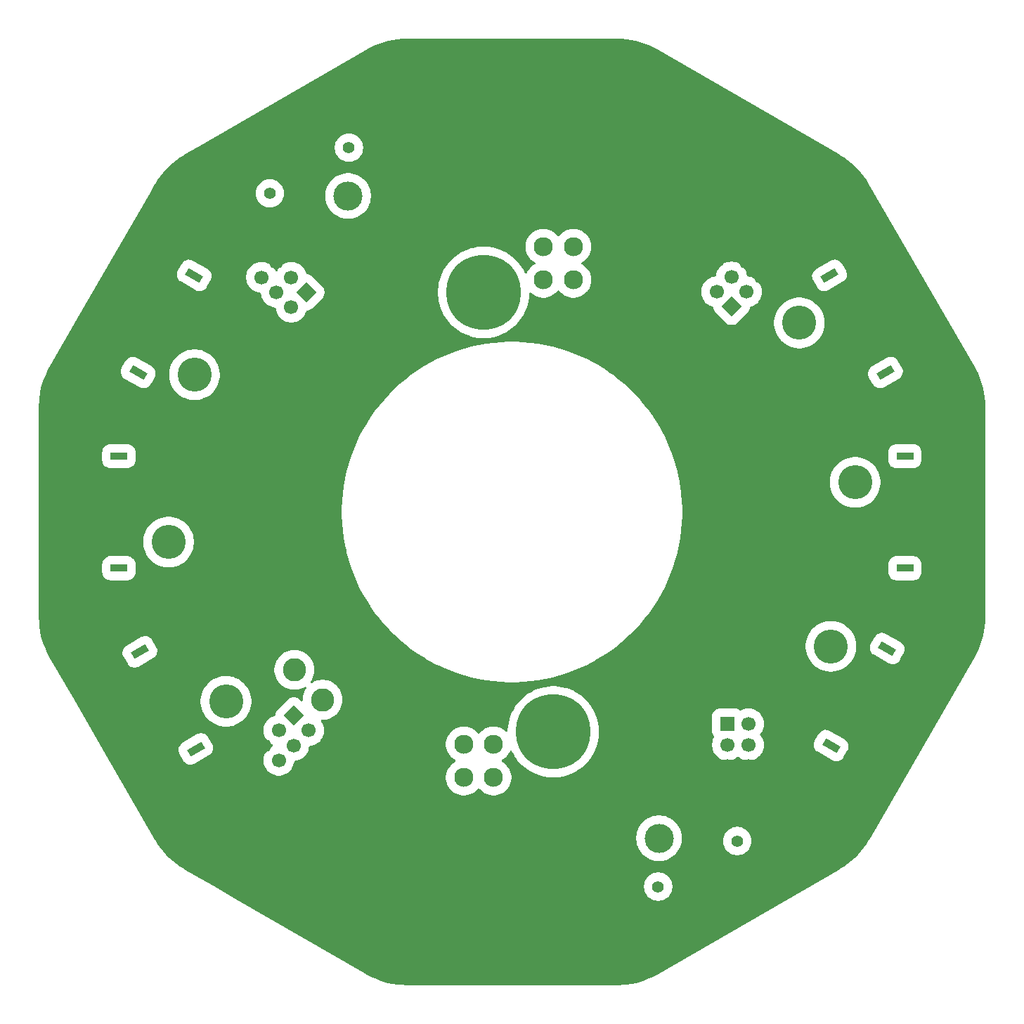
<source format=gbl>
%TF.GenerationSoftware,KiCad,Pcbnew,9.0.7*%
%TF.CreationDate,2026-02-05T13:48:50-05:00*%
%TF.ProjectId,PDB,5044422e-6b69-4636-9164-5f7063625858,rev?*%
%TF.SameCoordinates,Original*%
%TF.FileFunction,Copper,L2,Bot*%
%TF.FilePolarity,Positive*%
%FSLAX46Y46*%
G04 Gerber Fmt 4.6, Leading zero omitted, Abs format (unit mm)*
G04 Created by KiCad (PCBNEW 9.0.7) date 2026-02-05 13:48:50*
%MOMM*%
%LPD*%
G01*
G04 APERTURE LIST*
G04 Aperture macros list*
%AMRoundRect*
0 Rectangle with rounded corners*
0 $1 Rounding radius*
0 $2 $3 $4 $5 $6 $7 $8 $9 X,Y pos of 4 corners*
0 Add a 4 corners polygon primitive as box body*
4,1,4,$2,$3,$4,$5,$6,$7,$8,$9,$2,$3,0*
0 Add four circle primitives for the rounded corners*
1,1,$1+$1,$2,$3*
1,1,$1+$1,$4,$5*
1,1,$1+$1,$6,$7*
1,1,$1+$1,$8,$9*
0 Add four rect primitives between the rounded corners*
20,1,$1+$1,$2,$3,$4,$5,0*
20,1,$1+$1,$4,$5,$6,$7,0*
20,1,$1+$1,$6,$7,$8,$9,0*
20,1,$1+$1,$8,$9,$2,$3,0*%
%AMRotRect*
0 Rectangle, with rotation*
0 The origin of the aperture is its center*
0 $1 length*
0 $2 width*
0 $3 Rotation angle, in degrees counterclockwise*
0 Add horizontal line*
21,1,$1,$2,0,0,$3*%
G04 Aperture macros list end*
%TA.AperFunction,ComponentPad*%
%ADD10RotRect,0.900000X2.000000X120.000000*%
%TD*%
%TA.AperFunction,ComponentPad*%
%ADD11RoundRect,1.025000X1.400176X-0.375176X0.375176X1.400176X-1.400176X0.375176X-0.375176X-1.400176X0*%
%TD*%
%TA.AperFunction,ComponentPad*%
%ADD12C,4.100000*%
%TD*%
%TA.AperFunction,ComponentPad*%
%ADD13RotRect,0.900000X2.000000X60.000000*%
%TD*%
%TA.AperFunction,ComponentPad*%
%ADD14RoundRect,1.025000X0.375176X-1.400176X1.400176X0.375176X-0.375176X1.400176X-1.400176X-0.375176X0*%
%TD*%
%TA.AperFunction,ComponentPad*%
%ADD15R,2.000000X0.900000*%
%TD*%
%TA.AperFunction,ComponentPad*%
%ADD16RoundRect,1.025000X1.025000X-1.025000X1.025000X1.025000X-1.025000X1.025000X-1.025000X-1.025000X0*%
%TD*%
%TA.AperFunction,ComponentPad*%
%ADD17RotRect,0.900000X2.000000X300.000000*%
%TD*%
%TA.AperFunction,ComponentPad*%
%ADD18RoundRect,1.025000X-1.400176X0.375176X-0.375176X-1.400176X1.400176X-0.375176X0.375176X1.400176X0*%
%TD*%
%TA.AperFunction,ComponentPad*%
%ADD19RotRect,0.900000X2.000000X240.000000*%
%TD*%
%TA.AperFunction,ComponentPad*%
%ADD20RoundRect,1.025000X-0.375176X1.400176X-1.400176X-0.375176X0.375176X-1.400176X1.400176X0.375176X0*%
%TD*%
%TA.AperFunction,ComponentPad*%
%ADD21RoundRect,1.025000X-1.025000X1.025000X-1.025000X-1.025000X1.025000X-1.025000X1.025000X1.025000X0*%
%TD*%
%TA.AperFunction,ComponentPad*%
%ADD22RoundRect,2.700000X1.800000X1.800000X-1.800000X1.800000X-1.800000X-1.800000X1.800000X-1.800000X0*%
%TD*%
%TA.AperFunction,ComponentPad*%
%ADD23C,9.000000*%
%TD*%
%TA.AperFunction,ComponentPad*%
%ADD24C,2.300000*%
%TD*%
%TA.AperFunction,ComponentPad*%
%ADD25RoundRect,2.700000X-1.800000X-1.800000X1.800000X-1.800000X1.800000X1.800000X-1.800000X1.800000X0*%
%TD*%
%TA.AperFunction,ComponentPad*%
%ADD26RotRect,1.700000X1.700000X315.000000*%
%TD*%
%TA.AperFunction,ComponentPad*%
%ADD27C,1.700000*%
%TD*%
%TA.AperFunction,ComponentPad*%
%ADD28C,5.600000*%
%TD*%
%TA.AperFunction,ComponentPad*%
%ADD29C,5.000000*%
%TD*%
%TA.AperFunction,ComponentPad*%
%ADD30C,2.800000*%
%TD*%
%TA.AperFunction,ComponentPad*%
%ADD31C,1.400000*%
%TD*%
%TA.AperFunction,ComponentPad*%
%ADD32RoundRect,0.770000X0.358705X1.338705X-1.338705X0.358705X-0.358705X-1.338705X1.338705X-0.358705X0*%
%TD*%
%TA.AperFunction,ComponentPad*%
%ADD33C,3.500000*%
%TD*%
%TA.AperFunction,ComponentPad*%
%ADD34RotRect,1.700000X1.700000X135.000000*%
%TD*%
%TA.AperFunction,ComponentPad*%
%ADD35RotRect,1.700000X1.700000X225.000000*%
%TD*%
%TA.AperFunction,ComponentPad*%
%ADD36R,1.700000X1.700000*%
%TD*%
%TA.AperFunction,ComponentPad*%
%ADD37RoundRect,0.770000X-0.358705X-1.338705X1.338705X-0.358705X0.358705X1.338705X-1.338705X0.358705X0*%
%TD*%
G04 APERTURE END LIST*
D10*
%TO.P,J6,*%
%TO.N,*%
X125737917Y-126120672D03*
X118987917Y-114429329D03*
D11*
%TO.P,J6,1,Pin_1*%
%TO.N,GND*%
X125759069Y-114157309D03*
D12*
%TO.P,J6,2,Pin_2*%
%TO.N,/vbat*%
X129359069Y-120392692D03*
%TD*%
D13*
%TO.P,J7,*%
%TO.N,*%
X118787917Y-80770672D03*
X125537917Y-69079329D03*
D14*
%TO.P,J7,1,Pin_1*%
%TO.N,GND*%
X129159069Y-74807309D03*
D12*
%TO.P,J7,2,Pin_2*%
%TO.N,/vbat*%
X125559069Y-81042692D03*
%TD*%
D15*
%TO.P,J5,*%
%TO.N,*%
X116450000Y-104350000D03*
X116450000Y-90850000D03*
D16*
%TO.P,J5,1,Pin_1*%
%TO.N,GND*%
X122450000Y-94000000D03*
D12*
%TO.P,J5,2,Pin_2*%
%TO.N,/vbat*%
X122450000Y-101200000D03*
%TD*%
D17*
%TO.P,J10,*%
%TO.N,*%
X202062083Y-69079329D03*
X208812083Y-80770672D03*
D18*
%TO.P,J10,1,Pin_1*%
%TO.N,GND*%
X202040931Y-81042692D03*
D12*
%TO.P,J10,2,Pin_2*%
%TO.N,/vbat*%
X198440931Y-74807309D03*
%TD*%
D19*
%TO.P,J12,*%
%TO.N,*%
X209012083Y-114029329D03*
X202262083Y-125720672D03*
D20*
%TO.P,J12,1,Pin_1*%
%TO.N,GND*%
X198640931Y-119992692D03*
D12*
%TO.P,J12,2,Pin_2*%
%TO.N,/vbat*%
X202240931Y-113757309D03*
%TD*%
D15*
%TO.P,J11,*%
%TO.N,*%
X211150000Y-90850000D03*
X211150000Y-104350000D03*
D21*
%TO.P,J11,1,Pin_1*%
%TO.N,GND*%
X205150000Y-101200000D03*
D12*
%TO.P,J11,2,Pin_2*%
%TO.N,/vbat*%
X205150000Y-94000000D03*
%TD*%
D22*
%TO.P,J13,1,Pin_1*%
%TO.N,GND*%
X150800000Y-124075000D03*
D23*
%TO.P,J13,2,Pin_2*%
%TO.N,/vbat*%
X168800000Y-124075000D03*
D24*
%TO.P,J13,MP*%
%TO.N,N/C*%
X161600000Y-129575000D03*
X161600000Y-125575000D03*
X158000000Y-129575000D03*
X158000000Y-125575000D03*
%TD*%
D25*
%TO.P,J14,1,Pin_1*%
%TO.N,GND*%
X178400000Y-71125000D03*
D23*
%TO.P,J14,2,Pin_2*%
%TO.N,/vbat*%
X160400000Y-71125000D03*
D24*
%TO.P,J14,MP*%
%TO.N,N/C*%
X167600000Y-65625000D03*
X167600000Y-69625000D03*
X171200000Y-65625000D03*
X171200000Y-69625000D03*
%TD*%
D26*
%TO.P,J2,1,Pin_1*%
%TO.N,/vbat*%
X137522587Y-122102587D03*
D27*
%TO.P,J2,2,Pin_2*%
%TO.N,+5V*%
X139318638Y-123898638D03*
%TO.P,J2,3,Pin_3*%
%TO.N,unconnected-(J2-Pin_3-Pad3)*%
X135726536Y-123898638D03*
%TO.P,J2,4,Pin_4*%
%TO.N,unconnected-(J2-Pin_4-Pad4)*%
X137522587Y-125694689D03*
%TO.P,J2,5,Pin_5*%
%TO.N,GND*%
X133930485Y-125694689D03*
%TO.P,J2,6,Pin_6*%
%TO.N,/vbat*%
X135726536Y-127490741D03*
%TD*%
D28*
%TO.P,H6,1,1*%
%TO.N,GND*%
X202772587Y-136602587D03*
%TD*%
D29*
%TO.P,H1,1,1*%
%TO.N,GND*%
X147917333Y-44897413D03*
%TD*%
D30*
%TO.P,BATT,1,1*%
%TO.N,/vbat*%
X137600000Y-116600000D03*
%TD*%
D28*
%TO.P,H2,1,1*%
%TO.N,GND*%
X124772587Y-136602587D03*
%TD*%
D30*
%TO.P,GND,1,1*%
%TO.N,GND*%
X133800000Y-113400000D03*
%TD*%
D31*
%TO.P,J8,*%
%TO.N,*%
X190953758Y-137211571D03*
X181427479Y-142711571D03*
D32*
%TO.P,J8,1,Pin_1*%
%TO.N,GND*%
X185855682Y-134381444D03*
D33*
%TO.P,J8,2,Pin_2*%
%TO.N,/vbat*%
X181525555Y-136881444D03*
%TD*%
D34*
%TO.P,J3,1,Pin_1*%
%TO.N,/vbat*%
X190272587Y-72852587D03*
D27*
%TO.P,J3,2,Pin_2*%
%TO.N,+5V*%
X188476536Y-71056536D03*
%TO.P,J3,3,Pin_3*%
%TO.N,unconnected-(J3-Pin_3-Pad3)*%
X192068638Y-71056536D03*
%TO.P,J3,4,Pin_4*%
%TO.N,unconnected-(J3-Pin_4-Pad4)*%
X190272587Y-69260485D03*
%TO.P,J3,5,Pin_5*%
%TO.N,GND*%
X193864689Y-69260485D03*
%TO.P,J3,6,Pin_6*%
X192068638Y-67464433D03*
%TD*%
D28*
%TO.P,H4,1,1*%
%TO.N,GND*%
X124772587Y-58602587D03*
%TD*%
D29*
%TO.P,H3,1,1*%
%TO.N,GND*%
X179642333Y-150322413D03*
%TD*%
D30*
%TO.P,5V,1,1*%
%TO.N,+5V*%
X141000000Y-120200000D03*
%TD*%
D35*
%TO.P,J1,1,Pin_1*%
%TO.N,/vbat*%
X139022587Y-71102587D03*
D27*
%TO.P,J1,2,Pin_2*%
X137226536Y-72898638D03*
%TO.P,J1,3,Pin_3*%
%TO.N,unconnected-(J1-Pin_3-Pad3)*%
X137226536Y-69306536D03*
%TO.P,J1,4,Pin_4*%
%TO.N,unconnected-(J1-Pin_4-Pad4)*%
X135430485Y-71102587D03*
%TO.P,J1,5,Pin_5*%
%TO.N,GND*%
X135430485Y-67510485D03*
%TO.P,J1,6,Pin_6*%
%TO.N,/vbat*%
X133634433Y-69306536D03*
%TD*%
D36*
%TO.P,J4,1,Pin_1*%
%TO.N,/vbat*%
X189772587Y-123102587D03*
D27*
%TO.P,J4,2,Pin_2*%
X192312587Y-123102587D03*
%TO.P,J4,3,Pin_3*%
%TO.N,unconnected-(J4-Pin_3-Pad3)*%
X189772587Y-125642587D03*
%TO.P,J4,4,Pin_4*%
%TO.N,unconnected-(J4-Pin_4-Pad4)*%
X192312587Y-125642587D03*
%TO.P,J4,5,Pin_5*%
%TO.N,GND*%
X189772587Y-128182587D03*
%TO.P,J4,6,Pin_6*%
X192312587Y-128182587D03*
%TD*%
D28*
%TO.P,H5,1,1*%
%TO.N,GND*%
X202772587Y-58602587D03*
%TD*%
D31*
%TO.P,J9,*%
%TO.N,*%
X134646242Y-59188430D03*
X144172521Y-53688430D03*
D37*
%TO.P,J9,1,Pin_1*%
%TO.N,GND*%
X139744318Y-62018557D03*
D33*
%TO.P,J9,2,Pin_2*%
%TO.N,/vbat*%
X144074445Y-59518557D03*
%TD*%
%TA.AperFunction,Conductor*%
%TO.N,GND*%
G36*
X176554374Y-40575552D02*
G01*
X176563385Y-40575814D01*
X177101348Y-40591466D01*
X177108527Y-40591885D01*
X177584943Y-40633565D01*
X177651811Y-40639416D01*
X177658975Y-40640253D01*
X177710437Y-40647791D01*
X178198625Y-40719299D01*
X178205666Y-40720541D01*
X178739800Y-40830829D01*
X178746788Y-40832485D01*
X179273603Y-40973644D01*
X179280487Y-40975705D01*
X179798197Y-41147255D01*
X179804954Y-41149715D01*
X180311819Y-41351078D01*
X180318387Y-41353911D01*
X180812706Y-41584415D01*
X180819119Y-41587636D01*
X181300570Y-41847231D01*
X181303649Y-41848949D01*
X203290097Y-54542832D01*
X203345626Y-54574892D01*
X203348685Y-54576718D01*
X203814405Y-54863981D01*
X203820397Y-54867920D01*
X204159520Y-55105378D01*
X204267176Y-55180760D01*
X204272961Y-55185068D01*
X204700738Y-55523312D01*
X204706249Y-55527935D01*
X205113668Y-55890508D01*
X205113671Y-55890511D01*
X205118917Y-55895461D01*
X205504538Y-56281082D01*
X205509488Y-56286328D01*
X205872058Y-56693743D01*
X205876690Y-56699264D01*
X206012789Y-56871389D01*
X206214931Y-57127038D01*
X206219239Y-57132823D01*
X206532061Y-57579578D01*
X206536024Y-57585604D01*
X206823277Y-58051307D01*
X206825126Y-58054405D01*
X219545322Y-80086430D01*
X219550896Y-80096084D01*
X219552655Y-80099236D01*
X219812348Y-80580867D01*
X219815584Y-80587310D01*
X219877364Y-80719797D01*
X220046070Y-81081589D01*
X220048927Y-81088213D01*
X220250274Y-81595036D01*
X220252741Y-81601813D01*
X220424285Y-82119499D01*
X220426354Y-82126409D01*
X220567510Y-82653204D01*
X220569173Y-82660223D01*
X220679454Y-83194304D01*
X220680707Y-83201407D01*
X220759754Y-83741029D01*
X220760591Y-83748193D01*
X220808124Y-84291467D01*
X220808544Y-84298667D01*
X220824448Y-84845080D01*
X220824500Y-84848688D01*
X220824500Y-110300768D01*
X220824448Y-110304375D01*
X220808533Y-110851338D01*
X220808113Y-110858538D01*
X220760583Y-111401811D01*
X220759746Y-111408975D01*
X220680705Y-111948594D01*
X220679452Y-111955698D01*
X220569173Y-112489785D01*
X220567510Y-112496803D01*
X220426357Y-113023595D01*
X220424288Y-113030506D01*
X220252748Y-113548185D01*
X220250281Y-113554962D01*
X220048933Y-114061791D01*
X220046076Y-114068415D01*
X219815592Y-114562690D01*
X219812355Y-114569135D01*
X219552787Y-115050534D01*
X219551029Y-115053684D01*
X206849011Y-137054221D01*
X206849004Y-137054236D01*
X206832876Y-137082171D01*
X206825157Y-137095540D01*
X206825143Y-137095565D01*
X206823290Y-137098670D01*
X206536031Y-137564389D01*
X206532067Y-137570416D01*
X206219248Y-138017167D01*
X206214940Y-138022952D01*
X205876686Y-138450743D01*
X205872050Y-138456269D01*
X205509491Y-138863674D01*
X205504541Y-138868920D01*
X205118920Y-139254541D01*
X205113674Y-139259491D01*
X204706269Y-139622050D01*
X204700743Y-139626686D01*
X204272952Y-139964940D01*
X204267167Y-139969248D01*
X203820416Y-140282067D01*
X203814389Y-140286030D01*
X203348684Y-140573281D01*
X203345586Y-140575131D01*
X203304236Y-140599004D01*
X203304221Y-140599011D01*
X181303896Y-153300906D01*
X181300746Y-153302664D01*
X180819132Y-153562347D01*
X180812687Y-153565584D01*
X180318411Y-153796068D01*
X180311787Y-153798925D01*
X179804959Y-154000274D01*
X179798181Y-154002741D01*
X179280502Y-154174280D01*
X179273593Y-154176349D01*
X178746802Y-154317502D01*
X178739783Y-154319165D01*
X178205697Y-154429445D01*
X178198593Y-154430698D01*
X177658975Y-154509738D01*
X177651811Y-154510575D01*
X177108537Y-154558105D01*
X177101337Y-154558525D01*
X176856843Y-154565639D01*
X176554072Y-154574448D01*
X176550519Y-154574500D01*
X151099232Y-154574500D01*
X151095626Y-154574448D01*
X151075037Y-154573848D01*
X150548662Y-154558533D01*
X150541462Y-154558113D01*
X149998192Y-154510583D01*
X149991027Y-154509746D01*
X149451405Y-154430702D01*
X149444302Y-154429449D01*
X148910224Y-154319169D01*
X148903205Y-154317506D01*
X148376412Y-154176350D01*
X148369502Y-154174281D01*
X147851825Y-154002740D01*
X147845047Y-154000273D01*
X147338215Y-153798917D01*
X147331592Y-153796060D01*
X146837318Y-153565572D01*
X146830871Y-153562334D01*
X146348658Y-153302321D01*
X146345528Y-153300575D01*
X146290604Y-153268864D01*
X146290602Y-153268863D01*
X130950185Y-144412069D01*
X127990757Y-142703442D01*
X127811798Y-142600120D01*
X179726979Y-142600120D01*
X179726979Y-142823021D01*
X179726980Y-142823037D01*
X179756073Y-143044023D01*
X179756074Y-143044028D01*
X179756075Y-143044034D01*
X179756076Y-143044036D01*
X179813769Y-143259351D01*
X179813772Y-143259361D01*
X179899072Y-143465293D01*
X179899074Y-143465297D01*
X180010531Y-143658345D01*
X180010536Y-143658351D01*
X180010537Y-143658353D01*
X180146230Y-143835193D01*
X180146236Y-143835200D01*
X180303849Y-143992813D01*
X180303855Y-143992818D01*
X180480705Y-144128519D01*
X180673753Y-144239976D01*
X180879698Y-144325281D01*
X181095016Y-144382975D01*
X181316022Y-144412071D01*
X181316029Y-144412071D01*
X181538929Y-144412071D01*
X181538936Y-144412071D01*
X181759942Y-144382975D01*
X181975260Y-144325281D01*
X182181205Y-144239976D01*
X182374253Y-144128519D01*
X182551103Y-143992818D01*
X182708726Y-143835195D01*
X182844427Y-143658345D01*
X182955884Y-143465297D01*
X183041189Y-143259352D01*
X183098883Y-143044034D01*
X183127979Y-142823028D01*
X183127979Y-142600114D01*
X183098883Y-142379108D01*
X183041189Y-142163790D01*
X182955884Y-141957845D01*
X182844427Y-141764797D01*
X182708726Y-141587947D01*
X182708721Y-141587941D01*
X182551108Y-141430328D01*
X182551101Y-141430322D01*
X182374261Y-141294629D01*
X182374259Y-141294628D01*
X182374253Y-141294623D01*
X182181205Y-141183166D01*
X182181201Y-141183164D01*
X181975269Y-141097864D01*
X181975262Y-141097862D01*
X181975260Y-141097861D01*
X181759942Y-141040167D01*
X181759936Y-141040166D01*
X181759931Y-141040165D01*
X181538945Y-141011072D01*
X181538942Y-141011071D01*
X181538936Y-141011071D01*
X181316022Y-141011071D01*
X181316016Y-141011071D01*
X181316012Y-141011072D01*
X181095026Y-141040165D01*
X181095019Y-141040166D01*
X181095016Y-141040167D01*
X180879698Y-141097861D01*
X180879688Y-141097864D01*
X180673756Y-141183164D01*
X180673752Y-141183166D01*
X180480705Y-141294623D01*
X180480696Y-141294629D01*
X180303856Y-141430322D01*
X180303849Y-141430328D01*
X180146236Y-141587941D01*
X180146230Y-141587948D01*
X180010537Y-141764788D01*
X180010531Y-141764797D01*
X179899074Y-141957844D01*
X179899072Y-141957848D01*
X179813772Y-142163780D01*
X179813769Y-142163790D01*
X179756076Y-142379105D01*
X179756073Y-142379118D01*
X179726980Y-142600104D01*
X179726979Y-142600120D01*
X127811798Y-142600120D01*
X124359902Y-140607167D01*
X124304412Y-140575130D01*
X124301315Y-140573281D01*
X123835610Y-140286030D01*
X123829583Y-140282067D01*
X123382832Y-139969248D01*
X123377047Y-139964940D01*
X122949256Y-139626686D01*
X122943730Y-139622050D01*
X122536325Y-139259491D01*
X122531079Y-139254541D01*
X122145458Y-138868920D01*
X122140508Y-138863674D01*
X121777949Y-138456269D01*
X121773313Y-138450743D01*
X121435059Y-138022952D01*
X121430751Y-138017167D01*
X121394428Y-137965293D01*
X121117932Y-137570416D01*
X121113969Y-137564389D01*
X120927654Y-137262327D01*
X120826697Y-137098650D01*
X120824882Y-137095611D01*
X120820224Y-137087541D01*
X120792833Y-137040098D01*
X120792832Y-137040097D01*
X120612049Y-136726972D01*
X178775055Y-136726972D01*
X178775055Y-137035915D01*
X178809641Y-137342881D01*
X178809644Y-137342899D01*
X178878386Y-137644079D01*
X178878390Y-137644091D01*
X178980417Y-137935666D01*
X178980423Y-137935680D01*
X179114458Y-138214006D01*
X179114460Y-138214009D01*
X179278820Y-138475587D01*
X179471435Y-138717118D01*
X179689881Y-138935564D01*
X179931412Y-139128179D01*
X180192990Y-139292539D01*
X180471326Y-139426579D01*
X180471332Y-139426581D01*
X180762907Y-139528608D01*
X180762919Y-139528612D01*
X181064103Y-139597355D01*
X181064109Y-139597355D01*
X181064117Y-139597357D01*
X181268761Y-139620414D01*
X181371084Y-139631943D01*
X181371087Y-139631944D01*
X181371090Y-139631944D01*
X181680023Y-139631944D01*
X181680024Y-139631943D01*
X181836911Y-139614266D01*
X181986992Y-139597357D01*
X181986997Y-139597356D01*
X181987007Y-139597355D01*
X182288191Y-139528612D01*
X182579784Y-139426579D01*
X182858120Y-139292539D01*
X183119698Y-139128179D01*
X183361229Y-138935564D01*
X183579675Y-138717118D01*
X183772290Y-138475587D01*
X183936650Y-138214009D01*
X184070690Y-137935673D01*
X184172723Y-137644080D01*
X184241466Y-137342896D01*
X184256289Y-137211330D01*
X184268820Y-137100120D01*
X189253258Y-137100120D01*
X189253258Y-137323021D01*
X189253259Y-137323037D01*
X189282352Y-137544023D01*
X189282353Y-137544028D01*
X189282354Y-137544034D01*
X189340048Y-137759351D01*
X189340051Y-137759361D01*
X189413079Y-137935666D01*
X189425353Y-137965297D01*
X189536810Y-138158345D01*
X189536815Y-138158351D01*
X189536816Y-138158353D01*
X189672509Y-138335193D01*
X189672515Y-138335200D01*
X189830128Y-138492813D01*
X189830134Y-138492818D01*
X190006984Y-138628519D01*
X190200032Y-138739976D01*
X190405977Y-138825281D01*
X190621295Y-138882975D01*
X190842301Y-138912071D01*
X190842308Y-138912071D01*
X191065208Y-138912071D01*
X191065215Y-138912071D01*
X191286221Y-138882975D01*
X191501539Y-138825281D01*
X191707484Y-138739976D01*
X191900532Y-138628519D01*
X192077382Y-138492818D01*
X192235005Y-138335195D01*
X192370706Y-138158345D01*
X192482163Y-137965297D01*
X192567468Y-137759352D01*
X192625162Y-137544034D01*
X192654258Y-137323028D01*
X192654258Y-137100114D01*
X192625162Y-136879108D01*
X192567468Y-136663790D01*
X192482163Y-136457845D01*
X192370706Y-136264797D01*
X192331625Y-136213865D01*
X192235006Y-136087948D01*
X192235000Y-136087941D01*
X192077387Y-135930328D01*
X192077380Y-135930322D01*
X191900540Y-135794629D01*
X191900538Y-135794628D01*
X191900532Y-135794623D01*
X191707484Y-135683166D01*
X191707480Y-135683164D01*
X191501548Y-135597864D01*
X191501541Y-135597862D01*
X191501539Y-135597861D01*
X191286221Y-135540167D01*
X191286215Y-135540166D01*
X191286210Y-135540165D01*
X191065224Y-135511072D01*
X191065221Y-135511071D01*
X191065215Y-135511071D01*
X190842301Y-135511071D01*
X190842295Y-135511071D01*
X190842291Y-135511072D01*
X190621305Y-135540165D01*
X190621298Y-135540166D01*
X190621295Y-135540167D01*
X190588774Y-135548881D01*
X190405977Y-135597861D01*
X190405967Y-135597864D01*
X190200035Y-135683164D01*
X190200031Y-135683166D01*
X190006984Y-135794623D01*
X190006975Y-135794629D01*
X189830135Y-135930322D01*
X189830128Y-135930328D01*
X189672515Y-136087941D01*
X189672509Y-136087948D01*
X189536816Y-136264788D01*
X189536810Y-136264797D01*
X189425353Y-136457844D01*
X189425351Y-136457848D01*
X189340051Y-136663780D01*
X189340048Y-136663790D01*
X189323118Y-136726976D01*
X189282355Y-136879105D01*
X189282352Y-136879118D01*
X189253259Y-137100104D01*
X189253258Y-137100120D01*
X184268820Y-137100120D01*
X184270843Y-137082171D01*
X184270843Y-137082170D01*
X184276054Y-137035915D01*
X184276055Y-137035911D01*
X184276055Y-136726976D01*
X184276054Y-136726972D01*
X184241468Y-136420006D01*
X184241465Y-136419988D01*
X184172723Y-136118808D01*
X184172719Y-136118796D01*
X184070692Y-135827221D01*
X184070690Y-135827215D01*
X183936650Y-135548879D01*
X183772290Y-135287301D01*
X183579675Y-135045770D01*
X183361229Y-134827324D01*
X183119698Y-134634709D01*
X182858120Y-134470349D01*
X182858117Y-134470347D01*
X182579791Y-134336312D01*
X182579777Y-134336306D01*
X182288202Y-134234279D01*
X182288190Y-134234275D01*
X181987010Y-134165533D01*
X181986992Y-134165530D01*
X181680026Y-134130944D01*
X181680020Y-134130944D01*
X181371090Y-134130944D01*
X181371083Y-134130944D01*
X181064117Y-134165530D01*
X181064099Y-134165533D01*
X180762919Y-134234275D01*
X180762907Y-134234279D01*
X180471332Y-134336306D01*
X180471318Y-134336312D01*
X180192992Y-134470347D01*
X179931413Y-134634708D01*
X179689881Y-134827323D01*
X179471434Y-135045770D01*
X179278819Y-135287302D01*
X179114458Y-135548881D01*
X178980423Y-135827207D01*
X178980417Y-135827221D01*
X178878390Y-136118796D01*
X178878386Y-136118808D01*
X178809644Y-136419988D01*
X178809641Y-136420006D01*
X178775055Y-136726972D01*
X120612049Y-136726972D01*
X114517871Y-126171546D01*
X123642987Y-126171546D01*
X123651577Y-126374840D01*
X123651577Y-126374844D01*
X123700918Y-126572262D01*
X123700920Y-126572266D01*
X123751411Y-126680942D01*
X123751418Y-126680956D01*
X124259444Y-127560881D01*
X124259452Y-127560894D01*
X124275260Y-127583403D01*
X124328334Y-127658976D01*
X124474623Y-127800405D01*
X124474624Y-127800406D01*
X124474626Y-127800407D01*
X124474627Y-127800408D01*
X124646395Y-127909497D01*
X124836608Y-127981776D01*
X125037476Y-128014287D01*
X125240776Y-128005697D01*
X125438186Y-127956359D01*
X125438191Y-127956356D01*
X125438193Y-127956356D01*
X125438197Y-127956354D01*
X125471323Y-127940963D01*
X125546880Y-127905860D01*
X127379453Y-126847823D01*
X127477534Y-126778941D01*
X127618967Y-126632648D01*
X127728056Y-126460880D01*
X127800335Y-126270667D01*
X127832846Y-126069799D01*
X127824256Y-125866499D01*
X127774918Y-125669089D01*
X127774915Y-125669084D01*
X127774915Y-125669081D01*
X127774913Y-125669077D01*
X127724422Y-125560401D01*
X127724415Y-125560387D01*
X127216389Y-124680462D01*
X127216388Y-124680460D01*
X127216382Y-124680450D01*
X127147500Y-124582369D01*
X127147499Y-124582367D01*
X127001210Y-124440938D01*
X127001209Y-124440937D01*
X126829441Y-124331848D01*
X126829439Y-124331847D01*
X126748839Y-124301220D01*
X126639226Y-124259568D01*
X126639222Y-124259567D01*
X126639221Y-124259567D01*
X126438354Y-124227056D01*
X126235062Y-124235646D01*
X126235058Y-124235646D01*
X126037640Y-124284987D01*
X126037636Y-124284989D01*
X125928960Y-124335480D01*
X125928946Y-124335487D01*
X124096393Y-125393513D01*
X124096382Y-125393520D01*
X123998298Y-125462403D01*
X123856869Y-125608692D01*
X123856868Y-125608693D01*
X123747779Y-125780461D01*
X123747778Y-125780463D01*
X123675500Y-125970674D01*
X123675498Y-125970681D01*
X123642987Y-126171546D01*
X114517871Y-126171546D01*
X113135581Y-123777349D01*
X133876036Y-123777349D01*
X133876036Y-124019926D01*
X133907584Y-124259568D01*
X133907698Y-124260427D01*
X133913063Y-124280449D01*
X133970483Y-124494742D01*
X134063309Y-124718843D01*
X134063313Y-124718852D01*
X134085510Y-124757299D01*
X134184600Y-124928927D01*
X134184602Y-124928930D01*
X134184603Y-124928931D01*
X134332269Y-125121374D01*
X134332275Y-125121381D01*
X134503792Y-125292898D01*
X134503798Y-125292903D01*
X134696247Y-125440574D01*
X134906324Y-125561862D01*
X134906329Y-125561864D01*
X134906335Y-125561867D01*
X134950421Y-125580128D01*
X135004825Y-125623968D01*
X135026890Y-125690263D01*
X135009611Y-125757962D01*
X134958474Y-125805573D01*
X134950423Y-125809249D01*
X134906338Y-125827510D01*
X134906321Y-125827518D01*
X134696242Y-125948808D01*
X134503799Y-126096474D01*
X134503792Y-126096480D01*
X134332275Y-126267997D01*
X134332269Y-126268004D01*
X134184603Y-126460447D01*
X134063313Y-126670526D01*
X134063309Y-126670535D01*
X133970483Y-126894636D01*
X133907697Y-127128955D01*
X133876036Y-127369452D01*
X133876036Y-127612029D01*
X133907697Y-127852526D01*
X133970483Y-128086845D01*
X134063309Y-128310946D01*
X134063312Y-128310953D01*
X134184600Y-128521030D01*
X134184602Y-128521033D01*
X134184603Y-128521034D01*
X134332269Y-128713477D01*
X134332275Y-128713484D01*
X134503792Y-128885001D01*
X134503798Y-128885006D01*
X134696247Y-129032677D01*
X134906324Y-129153965D01*
X135101805Y-129234936D01*
X135112831Y-129239503D01*
X135130436Y-129246795D01*
X135364747Y-129309579D01*
X135545122Y-129333325D01*
X135605247Y-129341241D01*
X135605248Y-129341241D01*
X135847825Y-129341241D01*
X135895924Y-129334908D01*
X136088325Y-129309579D01*
X136322636Y-129246795D01*
X136546748Y-129153965D01*
X136756825Y-129032677D01*
X136949274Y-128885006D01*
X137120801Y-128713479D01*
X137268472Y-128521030D01*
X137389760Y-128310953D01*
X137482590Y-128086841D01*
X137545374Y-127852530D01*
X137572392Y-127647296D01*
X137600658Y-127583403D01*
X137658982Y-127544931D01*
X137679139Y-127540546D01*
X137884376Y-127513527D01*
X138118687Y-127450743D01*
X138342799Y-127357913D01*
X138552876Y-127236625D01*
X138745325Y-127088954D01*
X138916852Y-126917427D01*
X139064523Y-126724978D01*
X139185811Y-126514901D01*
X139278641Y-126290789D01*
X139341425Y-126056478D01*
X139368443Y-125851246D01*
X139396709Y-125787352D01*
X139455033Y-125748880D01*
X139475190Y-125744495D01*
X139680427Y-125717476D01*
X139914738Y-125654692D01*
X140138850Y-125561862D01*
X140348927Y-125440574D01*
X140357441Y-125434041D01*
X155849500Y-125434041D01*
X155849500Y-125715958D01*
X155886295Y-125995439D01*
X155959259Y-126267743D01*
X156067135Y-126528179D01*
X156067140Y-126528190D01*
X156208083Y-126772309D01*
X156208088Y-126772317D01*
X156379700Y-126995965D01*
X156379704Y-126995970D01*
X156579029Y-127195295D01*
X156579033Y-127195298D01*
X156579035Y-127195300D01*
X156802683Y-127366912D01*
X156802690Y-127366916D01*
X156977101Y-127467613D01*
X157025317Y-127518180D01*
X157038539Y-127586787D01*
X157012571Y-127651652D01*
X156977101Y-127682387D01*
X156802690Y-127783083D01*
X156802684Y-127783087D01*
X156802683Y-127783088D01*
X156765494Y-127811624D01*
X156579029Y-127954704D01*
X156379704Y-128154029D01*
X156208089Y-128377682D01*
X156208083Y-128377690D01*
X156067140Y-128621809D01*
X156067135Y-128621820D01*
X155959259Y-128882256D01*
X155886295Y-129154560D01*
X155849500Y-129434041D01*
X155849500Y-129715958D01*
X155886295Y-129995439D01*
X155959259Y-130267743D01*
X156067135Y-130528179D01*
X156067140Y-130528190D01*
X156208083Y-130772309D01*
X156208088Y-130772317D01*
X156379700Y-130995965D01*
X156379704Y-130995970D01*
X156579029Y-131195295D01*
X156579033Y-131195298D01*
X156579035Y-131195300D01*
X156802683Y-131366912D01*
X156802690Y-131366916D01*
X157046809Y-131507859D01*
X157046814Y-131507861D01*
X157046817Y-131507863D01*
X157307261Y-131615742D01*
X157579558Y-131688704D01*
X157859049Y-131725500D01*
X157859056Y-131725500D01*
X158140944Y-131725500D01*
X158140951Y-131725500D01*
X158420442Y-131688704D01*
X158692739Y-131615742D01*
X158953183Y-131507863D01*
X159197317Y-131366912D01*
X159420965Y-131195300D01*
X159620300Y-130995965D01*
X159701624Y-130889981D01*
X159758052Y-130848779D01*
X159827798Y-130844624D01*
X159888718Y-130878836D01*
X159898376Y-130889982D01*
X159979698Y-130995963D01*
X159979704Y-130995970D01*
X160179029Y-131195295D01*
X160179033Y-131195298D01*
X160179035Y-131195300D01*
X160402683Y-131366912D01*
X160402690Y-131366916D01*
X160646809Y-131507859D01*
X160646814Y-131507861D01*
X160646817Y-131507863D01*
X160907261Y-131615742D01*
X161179558Y-131688704D01*
X161459049Y-131725500D01*
X161459056Y-131725500D01*
X161740944Y-131725500D01*
X161740951Y-131725500D01*
X162020442Y-131688704D01*
X162292739Y-131615742D01*
X162553183Y-131507863D01*
X162797317Y-131366912D01*
X163020965Y-131195300D01*
X163220300Y-130995965D01*
X163391912Y-130772317D01*
X163532863Y-130528183D01*
X163640742Y-130267739D01*
X163713704Y-129995442D01*
X163750500Y-129715951D01*
X163750500Y-129434049D01*
X163713704Y-129154558D01*
X163640742Y-128882261D01*
X163532863Y-128621817D01*
X163532861Y-128621814D01*
X163532859Y-128621809D01*
X163391916Y-128377690D01*
X163391912Y-128377683D01*
X163220300Y-128154035D01*
X163220298Y-128154033D01*
X163220295Y-128154029D01*
X163020970Y-127954704D01*
X163020965Y-127954700D01*
X162797317Y-127783088D01*
X162622895Y-127682385D01*
X162574681Y-127631820D01*
X162561458Y-127563213D01*
X162587426Y-127498348D01*
X162622895Y-127467614D01*
X162797317Y-127366912D01*
X163020965Y-127195300D01*
X163220300Y-126995965D01*
X163391912Y-126772317D01*
X163532863Y-126528183D01*
X163538368Y-126514894D01*
X163584066Y-126404567D01*
X163627906Y-126350163D01*
X163694200Y-126328098D01*
X163761900Y-126345377D01*
X163809112Y-126395724D01*
X163997135Y-126764740D01*
X163997142Y-126764751D01*
X164222966Y-127133262D01*
X164222971Y-127133269D01*
X164222973Y-127133272D01*
X164243041Y-127160893D01*
X164477025Y-127482946D01*
X164477035Y-127482960D01*
X164733367Y-127783084D01*
X164757743Y-127811624D01*
X165063376Y-128117257D01*
X165063382Y-128117262D01*
X165392039Y-128397964D01*
X165392046Y-128397969D01*
X165741728Y-128652027D01*
X165741732Y-128652029D01*
X165741737Y-128652033D01*
X166110248Y-128877857D01*
X166110254Y-128877860D01*
X166110265Y-128877867D01*
X166495385Y-129074096D01*
X166894714Y-129239503D01*
X166894719Y-129239505D01*
X166917156Y-129246795D01*
X167305790Y-129373070D01*
X167726078Y-129473972D01*
X168152987Y-129541588D01*
X168583885Y-129575500D01*
X168583893Y-129575500D01*
X169016107Y-129575500D01*
X169016115Y-129575500D01*
X169447013Y-129541588D01*
X169873922Y-129473972D01*
X170294210Y-129373070D01*
X170705286Y-129239503D01*
X171104615Y-129074096D01*
X171489735Y-128877867D01*
X171858272Y-128652027D01*
X172207954Y-128397969D01*
X172536624Y-128117257D01*
X172842257Y-127811624D01*
X173101695Y-127507863D01*
X173122964Y-127482960D01*
X173122964Y-127482959D01*
X173122969Y-127482954D01*
X173377027Y-127133272D01*
X173602867Y-126764735D01*
X173799096Y-126379615D01*
X173964503Y-125980286D01*
X174098070Y-125569210D01*
X174198972Y-125148922D01*
X174266588Y-124722013D01*
X174300500Y-124291115D01*
X174300500Y-123858885D01*
X174266588Y-123427987D01*
X174198972Y-123001078D01*
X174098070Y-122580790D01*
X173972574Y-122194553D01*
X187922087Y-122194553D01*
X187922087Y-124010615D01*
X187922088Y-124010621D01*
X187932700Y-124130002D01*
X187988676Y-124325632D01*
X187988677Y-124325635D01*
X187988678Y-124325636D01*
X188077011Y-124494742D01*
X188082892Y-124505999D01*
X188151278Y-124589868D01*
X188178387Y-124654264D01*
X188166377Y-124723094D01*
X188162564Y-124730227D01*
X188109362Y-124822376D01*
X188109360Y-124822381D01*
X188016534Y-125046482D01*
X187953748Y-125280801D01*
X187922087Y-125521298D01*
X187922087Y-125763875D01*
X187953748Y-126004372D01*
X188016534Y-126238691D01*
X188103160Y-126447823D01*
X188109363Y-126462799D01*
X188230651Y-126672876D01*
X188230653Y-126672879D01*
X188230654Y-126672880D01*
X188378320Y-126865323D01*
X188378326Y-126865330D01*
X188549843Y-127036847D01*
X188549849Y-127036852D01*
X188742298Y-127184523D01*
X188952375Y-127305811D01*
X189176487Y-127398641D01*
X189410798Y-127461425D01*
X189591173Y-127485171D01*
X189651298Y-127493087D01*
X189651299Y-127493087D01*
X189893876Y-127493087D01*
X189941975Y-127486754D01*
X190134376Y-127461425D01*
X190368687Y-127398641D01*
X190592799Y-127305811D01*
X190802876Y-127184523D01*
X190967101Y-127058509D01*
X191032270Y-127033315D01*
X191100715Y-127047353D01*
X191118073Y-127058509D01*
X191282298Y-127184523D01*
X191492375Y-127305811D01*
X191716487Y-127398641D01*
X191950798Y-127461425D01*
X192131173Y-127485171D01*
X192191298Y-127493087D01*
X192191299Y-127493087D01*
X192433876Y-127493087D01*
X192481975Y-127486754D01*
X192674376Y-127461425D01*
X192908687Y-127398641D01*
X193132799Y-127305811D01*
X193342876Y-127184523D01*
X193535325Y-127036852D01*
X193706852Y-126865325D01*
X193854523Y-126672876D01*
X193975811Y-126462799D01*
X194068641Y-126238687D01*
X194131425Y-126004376D01*
X194163087Y-125763875D01*
X194163087Y-125669797D01*
X200167153Y-125669797D01*
X200199664Y-125870662D01*
X200199666Y-125870669D01*
X200271944Y-126060880D01*
X200271945Y-126060882D01*
X200381034Y-126232650D01*
X200381035Y-126232651D01*
X200522464Y-126378940D01*
X200620547Y-126447824D01*
X200620558Y-126447830D01*
X202453123Y-127505861D01*
X202527777Y-127540545D01*
X202561814Y-127556359D01*
X202759224Y-127605697D01*
X202860874Y-127609992D01*
X202962522Y-127614287D01*
X202962522Y-127614286D01*
X202962524Y-127614287D01*
X203163392Y-127581776D01*
X203353605Y-127509497D01*
X203525373Y-127400408D01*
X203671666Y-127258975D01*
X203740548Y-127160895D01*
X203758990Y-127128952D01*
X204248586Y-126280946D01*
X204248586Y-126280945D01*
X204268219Y-126238687D01*
X204299084Y-126172255D01*
X204348422Y-125974845D01*
X204357012Y-125771545D01*
X204324501Y-125570677D01*
X204252222Y-125380464D01*
X204143133Y-125208696D01*
X204143132Y-125208695D01*
X204143131Y-125208693D01*
X204143130Y-125208692D01*
X204001701Y-125062403D01*
X203903618Y-124993519D01*
X203903607Y-124993513D01*
X202071042Y-123935482D01*
X201962357Y-123884987D01*
X201962355Y-123884986D01*
X201962352Y-123884985D01*
X201814307Y-123847984D01*
X201764939Y-123835646D01*
X201561643Y-123827056D01*
X201360778Y-123859567D01*
X201360775Y-123859567D01*
X201360774Y-123859568D01*
X201360772Y-123859568D01*
X201360771Y-123859569D01*
X201170560Y-123931847D01*
X201170558Y-123931848D01*
X200998790Y-124040937D01*
X200998789Y-124040938D01*
X200852500Y-124182367D01*
X200783616Y-124280450D01*
X200783610Y-124280460D01*
X200275579Y-125160397D01*
X200275579Y-125160398D01*
X200225084Y-125269083D01*
X200225083Y-125269086D01*
X200225082Y-125269089D01*
X200219130Y-125292904D01*
X200175743Y-125466499D01*
X200175743Y-125466503D01*
X200167153Y-125669797D01*
X194163087Y-125669797D01*
X194163087Y-125521299D01*
X194131425Y-125280798D01*
X194068641Y-125046487D01*
X193975811Y-124822375D01*
X193854523Y-124612298D01*
X193728509Y-124448073D01*
X193703315Y-124382904D01*
X193717353Y-124314459D01*
X193728509Y-124297101D01*
X193775665Y-124235646D01*
X193854523Y-124132876D01*
X193975811Y-123922799D01*
X194068641Y-123698687D01*
X194131425Y-123464376D01*
X194163087Y-123223875D01*
X194163087Y-122981299D01*
X194131425Y-122740798D01*
X194068641Y-122506487D01*
X193975811Y-122282375D01*
X193854523Y-122072298D01*
X193706852Y-121879849D01*
X193706847Y-121879843D01*
X193535330Y-121708326D01*
X193535323Y-121708320D01*
X193342880Y-121560654D01*
X193342879Y-121560653D01*
X193342876Y-121560651D01*
X193132799Y-121439363D01*
X193125086Y-121436168D01*
X192908691Y-121346534D01*
X192674372Y-121283748D01*
X192433876Y-121252087D01*
X192433875Y-121252087D01*
X192191299Y-121252087D01*
X192191298Y-121252087D01*
X191950801Y-121283748D01*
X191716482Y-121346534D01*
X191492381Y-121439360D01*
X191492376Y-121439362D01*
X191400227Y-121492564D01*
X191332327Y-121509036D01*
X191266300Y-121486183D01*
X191259868Y-121481278D01*
X191175999Y-121412892D01*
X191175995Y-121412890D01*
X191175994Y-121412889D01*
X190995636Y-121318678D01*
X190995635Y-121318677D01*
X190995632Y-121318676D01*
X190878416Y-121285137D01*
X190800005Y-121262701D01*
X190800002Y-121262700D01*
X190800000Y-121262700D01*
X190733689Y-121256804D01*
X190680624Y-121252087D01*
X190680619Y-121252087D01*
X188864558Y-121252087D01*
X188864552Y-121252087D01*
X188864551Y-121252088D01*
X188852903Y-121253123D01*
X188745171Y-121262700D01*
X188549541Y-121318676D01*
X188496212Y-121346533D01*
X188369180Y-121412889D01*
X188369178Y-121412890D01*
X188369177Y-121412891D01*
X188211477Y-121541477D01*
X188082891Y-121699177D01*
X188082889Y-121699180D01*
X188078115Y-121708320D01*
X187988676Y-121879541D01*
X187943919Y-122035963D01*
X187933523Y-122072298D01*
X187932701Y-122075170D01*
X187932700Y-122075173D01*
X187922087Y-122194553D01*
X173972574Y-122194553D01*
X173964503Y-122169714D01*
X173799096Y-121770385D01*
X173602867Y-121385265D01*
X173602857Y-121385248D01*
X173377033Y-121016737D01*
X173377029Y-121016732D01*
X173377027Y-121016728D01*
X173122969Y-120667046D01*
X173122964Y-120667039D01*
X172858035Y-120356850D01*
X172842257Y-120338376D01*
X172536624Y-120032743D01*
X172399269Y-119915430D01*
X172207960Y-119752035D01*
X172207946Y-119752025D01*
X171908422Y-119534409D01*
X171858272Y-119497973D01*
X171858269Y-119497971D01*
X171858262Y-119497966D01*
X171489751Y-119272142D01*
X171489740Y-119272136D01*
X171489739Y-119272135D01*
X171489735Y-119272133D01*
X171104615Y-119075904D01*
X170922571Y-119000499D01*
X170705280Y-118910494D01*
X170394247Y-118809434D01*
X170294210Y-118776930D01*
X169873922Y-118676028D01*
X169447013Y-118608412D01*
X169016120Y-118574500D01*
X169016115Y-118574500D01*
X168583885Y-118574500D01*
X168583879Y-118574500D01*
X168152986Y-118608412D01*
X168152985Y-118608412D01*
X167726083Y-118676027D01*
X167726080Y-118676027D01*
X167726078Y-118676028D01*
X167608383Y-118704284D01*
X167305801Y-118776927D01*
X167305795Y-118776928D01*
X167305790Y-118776930D01*
X167305778Y-118776934D01*
X166894719Y-118910494D01*
X166495387Y-119075903D01*
X166110259Y-119272136D01*
X166110248Y-119272142D01*
X165741737Y-119497966D01*
X165741726Y-119497974D01*
X165392053Y-119752025D01*
X165392039Y-119752035D01*
X165063382Y-120032737D01*
X165063368Y-120032750D01*
X164757750Y-120338368D01*
X164757737Y-120338382D01*
X164477035Y-120667039D01*
X164477025Y-120667053D01*
X164222974Y-121016726D01*
X164222966Y-121016737D01*
X163997142Y-121385248D01*
X163997136Y-121385259D01*
X163800903Y-121770387D01*
X163635494Y-122169719D01*
X163501934Y-122580778D01*
X163501927Y-122580801D01*
X163401027Y-123001083D01*
X163333412Y-123427985D01*
X163333412Y-123427986D01*
X163299500Y-123858879D01*
X163299500Y-123933872D01*
X163279815Y-124000911D01*
X163227011Y-124046666D01*
X163157853Y-124056610D01*
X163094297Y-124027585D01*
X163087819Y-124021553D01*
X163020970Y-123954704D01*
X163020965Y-123954700D01*
X162797317Y-123783088D01*
X162797311Y-123783084D01*
X162797309Y-123783083D01*
X162553190Y-123642140D01*
X162553179Y-123642135D01*
X162292743Y-123534259D01*
X162020439Y-123461295D01*
X161740958Y-123424500D01*
X161740951Y-123424500D01*
X161459049Y-123424500D01*
X161459041Y-123424500D01*
X161179560Y-123461295D01*
X160907256Y-123534259D01*
X160646820Y-123642135D01*
X160646809Y-123642140D01*
X160402690Y-123783083D01*
X160402682Y-123783089D01*
X160179029Y-123954704D01*
X159979704Y-124154029D01*
X159898376Y-124260018D01*
X159841948Y-124301220D01*
X159772202Y-124305375D01*
X159711281Y-124271162D01*
X159701624Y-124260018D01*
X159676331Y-124227056D01*
X159620300Y-124154035D01*
X159620298Y-124154033D01*
X159620295Y-124154029D01*
X159420970Y-123954704D01*
X159420965Y-123954700D01*
X159197317Y-123783088D01*
X159197311Y-123783084D01*
X159197309Y-123783083D01*
X158953190Y-123642140D01*
X158953179Y-123642135D01*
X158692743Y-123534259D01*
X158420439Y-123461295D01*
X158140958Y-123424500D01*
X158140951Y-123424500D01*
X157859049Y-123424500D01*
X157859041Y-123424500D01*
X157579560Y-123461295D01*
X157307256Y-123534259D01*
X157046820Y-123642135D01*
X157046809Y-123642140D01*
X156802690Y-123783083D01*
X156802682Y-123783089D01*
X156579029Y-123954704D01*
X156379704Y-124154029D01*
X156298376Y-124260018D01*
X156211999Y-124372587D01*
X156208089Y-124377682D01*
X156208083Y-124377690D01*
X156067140Y-124621809D01*
X156067135Y-124621820D01*
X155959259Y-124882256D01*
X155886295Y-125154560D01*
X155849500Y-125434041D01*
X140357441Y-125434041D01*
X140541376Y-125292903D01*
X140712903Y-125121376D01*
X140860574Y-124928927D01*
X140981862Y-124718850D01*
X141074692Y-124494738D01*
X141137476Y-124260427D01*
X141169138Y-124019926D01*
X141169138Y-123777350D01*
X141137476Y-123536849D01*
X141074692Y-123302538D01*
X140981862Y-123078426D01*
X140860574Y-122868349D01*
X140850215Y-122854849D01*
X140808118Y-122799986D01*
X140782924Y-122734817D01*
X140796963Y-122666372D01*
X140845777Y-122616382D01*
X140906494Y-122600500D01*
X141134812Y-122600500D01*
X141134812Y-122600499D01*
X141402732Y-122570312D01*
X141665591Y-122510316D01*
X141920079Y-122421267D01*
X142162997Y-122304284D01*
X142391289Y-122160838D01*
X142602085Y-121992734D01*
X142792734Y-121802085D01*
X142960838Y-121591289D01*
X143104284Y-121362997D01*
X143221267Y-121120079D01*
X143310316Y-120865591D01*
X143370312Y-120602732D01*
X143400500Y-120334809D01*
X143400500Y-120065191D01*
X143370312Y-119797268D01*
X143310316Y-119534409D01*
X143221267Y-119279921D01*
X143104284Y-119037003D01*
X142960838Y-118808711D01*
X142792734Y-118597915D01*
X142602085Y-118407266D01*
X142583862Y-118392734D01*
X142538801Y-118356799D01*
X142391289Y-118239162D01*
X142162997Y-118095716D01*
X142162994Y-118095714D01*
X141920082Y-117978734D01*
X141665602Y-117889687D01*
X141665594Y-117889684D01*
X141468446Y-117844687D01*
X141402732Y-117829688D01*
X141402728Y-117829687D01*
X141402719Y-117829686D01*
X141134813Y-117799500D01*
X141134809Y-117799500D01*
X140865191Y-117799500D01*
X140865186Y-117799500D01*
X140597280Y-117829686D01*
X140597268Y-117829688D01*
X140334405Y-117889684D01*
X140334397Y-117889687D01*
X140079917Y-117978734D01*
X139837001Y-118095716D01*
X139837000Y-118095717D01*
X139732257Y-118161531D01*
X139665021Y-118180531D01*
X139598186Y-118160163D01*
X139552972Y-118106895D01*
X139543735Y-118037638D01*
X139561290Y-117990568D01*
X139704284Y-117762997D01*
X139821267Y-117520079D01*
X139910316Y-117265591D01*
X139970312Y-117002732D01*
X140000500Y-116734809D01*
X140000500Y-116465191D01*
X139970312Y-116197268D01*
X139910316Y-115934409D01*
X139903298Y-115914354D01*
X139868364Y-115814516D01*
X139821267Y-115679921D01*
X139704284Y-115437003D01*
X139560838Y-115208711D01*
X139392734Y-114997915D01*
X139202085Y-114807266D01*
X138991289Y-114639162D01*
X138762997Y-114495716D01*
X138762994Y-114495714D01*
X138520082Y-114378734D01*
X138265602Y-114289687D01*
X138265594Y-114289684D01*
X138068446Y-114244687D01*
X138002732Y-114229688D01*
X138002728Y-114229687D01*
X138002719Y-114229686D01*
X137734813Y-114199500D01*
X137734809Y-114199500D01*
X137465191Y-114199500D01*
X137465186Y-114199500D01*
X137197280Y-114229686D01*
X137197268Y-114229688D01*
X136934405Y-114289684D01*
X136934397Y-114289687D01*
X136679917Y-114378734D01*
X136437005Y-114495714D01*
X136208712Y-114639161D01*
X135997915Y-114807265D01*
X135807265Y-114997915D01*
X135639161Y-115208712D01*
X135495714Y-115437005D01*
X135378734Y-115679917D01*
X135289687Y-115934397D01*
X135289684Y-115934405D01*
X135229688Y-116197268D01*
X135229686Y-116197280D01*
X135199500Y-116465186D01*
X135199500Y-116734813D01*
X135229686Y-117002719D01*
X135229687Y-117002728D01*
X135229688Y-117002732D01*
X135244687Y-117068446D01*
X135289684Y-117265594D01*
X135289687Y-117265602D01*
X135378734Y-117520082D01*
X135495714Y-117762994D01*
X135495716Y-117762997D01*
X135639162Y-117991289D01*
X135807266Y-118202085D01*
X135997915Y-118392734D01*
X136208711Y-118560838D01*
X136437003Y-118704284D01*
X136679921Y-118821267D01*
X136871049Y-118888145D01*
X136934397Y-118910312D01*
X136934405Y-118910315D01*
X136934408Y-118910315D01*
X136934409Y-118910316D01*
X137197268Y-118970312D01*
X137465187Y-119000499D01*
X137465188Y-119000500D01*
X137465191Y-119000500D01*
X137734812Y-119000500D01*
X137734812Y-119000499D01*
X138002732Y-118970312D01*
X138265591Y-118910316D01*
X138520079Y-118821267D01*
X138762997Y-118704284D01*
X138867740Y-118638468D01*
X138934977Y-118619468D01*
X139001812Y-118639835D01*
X139047027Y-118693103D01*
X139056265Y-118762359D01*
X139038707Y-118809434D01*
X138895714Y-119037005D01*
X138778734Y-119279917D01*
X138689687Y-119534397D01*
X138689684Y-119534405D01*
X138629688Y-119797268D01*
X138629686Y-119797280D01*
X138599500Y-120065186D01*
X138599500Y-120263137D01*
X138579815Y-120330176D01*
X138527011Y-120375931D01*
X138457853Y-120385875D01*
X138394297Y-120356850D01*
X138387819Y-120350818D01*
X138189005Y-120152004D01*
X138097095Y-120075102D01*
X138097094Y-120075101D01*
X138097089Y-120075097D01*
X138097084Y-120075094D01*
X138097081Y-120075092D01*
X137919173Y-119976346D01*
X137919171Y-119976345D01*
X137725026Y-119915430D01*
X137522587Y-119894845D01*
X137320147Y-119915430D01*
X137126002Y-119976345D01*
X137126000Y-119976346D01*
X136948092Y-120075092D01*
X136948085Y-120075097D01*
X136856162Y-120152009D01*
X135572004Y-121436168D01*
X135495102Y-121528078D01*
X135495092Y-121528092D01*
X135396346Y-121706000D01*
X135396345Y-121706002D01*
X135335431Y-121900147D01*
X135335430Y-121900149D01*
X135324482Y-122007814D01*
X135298116Y-122072518D01*
X135240954Y-122112696D01*
X135233213Y-122115043D01*
X135130440Y-122142582D01*
X134906335Y-122235408D01*
X134906321Y-122235415D01*
X134696242Y-122356705D01*
X134503799Y-122504371D01*
X134503792Y-122504377D01*
X134332275Y-122675894D01*
X134332269Y-122675901D01*
X134184603Y-122868344D01*
X134063313Y-123078423D01*
X134063309Y-123078432D01*
X133970483Y-123302533D01*
X133907697Y-123536852D01*
X133876036Y-123777349D01*
X113135581Y-123777349D01*
X111082537Y-120221373D01*
X126308569Y-120221373D01*
X126308569Y-120564010D01*
X126346927Y-120904460D01*
X126346930Y-120904474D01*
X126423171Y-121238508D01*
X126423172Y-121238510D01*
X126536333Y-121561908D01*
X126684991Y-121870599D01*
X126690803Y-121879849D01*
X126867280Y-122160710D01*
X127080903Y-122428585D01*
X127323176Y-122670858D01*
X127591051Y-122884481D01*
X127881159Y-123066768D01*
X128189854Y-123215428D01*
X128513252Y-123328589D01*
X128847286Y-123404831D01*
X128847295Y-123404832D01*
X128847300Y-123404833D01*
X129074266Y-123430405D01*
X129187751Y-123443191D01*
X129187754Y-123443192D01*
X129187757Y-123443192D01*
X129530384Y-123443192D01*
X129530385Y-123443191D01*
X129704380Y-123423587D01*
X129870837Y-123404833D01*
X129870840Y-123404832D01*
X129870852Y-123404831D01*
X130204886Y-123328589D01*
X130528284Y-123215428D01*
X130836979Y-123066768D01*
X131127087Y-122884481D01*
X131394962Y-122670858D01*
X131637235Y-122428585D01*
X131850858Y-122160710D01*
X132033145Y-121870602D01*
X132181805Y-121561907D01*
X132294966Y-121238509D01*
X132371208Y-120904475D01*
X132409569Y-120564004D01*
X132409569Y-120221380D01*
X132375098Y-119915431D01*
X132371210Y-119880923D01*
X132371209Y-119880918D01*
X132371208Y-119880909D01*
X132294966Y-119546875D01*
X132181805Y-119223477D01*
X132033145Y-118914782D01*
X131850858Y-118624674D01*
X131637235Y-118356799D01*
X131394962Y-118114526D01*
X131371372Y-118095714D01*
X131297089Y-118036475D01*
X131127087Y-117900903D01*
X130836979Y-117718616D01*
X130836976Y-117718614D01*
X130528285Y-117569956D01*
X130204887Y-117456795D01*
X130204885Y-117456794D01*
X129947093Y-117397954D01*
X129870852Y-117380553D01*
X129870849Y-117380552D01*
X129870837Y-117380550D01*
X129530387Y-117342192D01*
X129530381Y-117342192D01*
X129187757Y-117342192D01*
X129187750Y-117342192D01*
X128847300Y-117380550D01*
X128847286Y-117380553D01*
X128513252Y-117456794D01*
X128513250Y-117456795D01*
X128189852Y-117569956D01*
X127881161Y-117718614D01*
X127591052Y-117900902D01*
X127323176Y-118114525D01*
X127080902Y-118356799D01*
X126867279Y-118624675D01*
X126684991Y-118914784D01*
X126536333Y-119223475D01*
X126423172Y-119546873D01*
X126423171Y-119546875D01*
X126346930Y-119880909D01*
X126346927Y-119880923D01*
X126308569Y-120221373D01*
X111082537Y-120221373D01*
X108099100Y-115053909D01*
X108097350Y-115050773D01*
X108097221Y-115050534D01*
X107837644Y-114569116D01*
X107834415Y-114562686D01*
X107819900Y-114531558D01*
X107795953Y-114480203D01*
X116892987Y-114480203D01*
X116901577Y-114683497D01*
X116901577Y-114683501D01*
X116950918Y-114880919D01*
X116950920Y-114880923D01*
X117001411Y-114989599D01*
X117001418Y-114989613D01*
X117509444Y-115869538D01*
X117509452Y-115869551D01*
X117534629Y-115905400D01*
X117578334Y-115967633D01*
X117724623Y-116109062D01*
X117724624Y-116109063D01*
X117724626Y-116109064D01*
X117724627Y-116109065D01*
X117896395Y-116218154D01*
X118086608Y-116290433D01*
X118287476Y-116322944D01*
X118490776Y-116314354D01*
X118688186Y-116265016D01*
X118688191Y-116265013D01*
X118688193Y-116265013D01*
X118688197Y-116265011D01*
X118722448Y-116249098D01*
X118796880Y-116214517D01*
X120629453Y-115156480D01*
X120727534Y-115087598D01*
X120868967Y-114941305D01*
X120978056Y-114769537D01*
X121050335Y-114579324D01*
X121082846Y-114378456D01*
X121074256Y-114175156D01*
X121024918Y-113977746D01*
X121024915Y-113977741D01*
X121024915Y-113977738D01*
X121024913Y-113977734D01*
X120974422Y-113869058D01*
X120974415Y-113869044D01*
X120466389Y-112989119D01*
X120466388Y-112989117D01*
X120466382Y-112989107D01*
X120397500Y-112891026D01*
X120397499Y-112891024D01*
X120251210Y-112749595D01*
X120251209Y-112749594D01*
X120079441Y-112640505D01*
X120079439Y-112640504D01*
X119956125Y-112593646D01*
X119889226Y-112568225D01*
X119889222Y-112568224D01*
X119889221Y-112568224D01*
X119688354Y-112535713D01*
X119485062Y-112544303D01*
X119485058Y-112544303D01*
X119287640Y-112593644D01*
X119287636Y-112593646D01*
X119178960Y-112644137D01*
X119178946Y-112644144D01*
X117346393Y-113702170D01*
X117346382Y-113702177D01*
X117248298Y-113771060D01*
X117106869Y-113917349D01*
X117106868Y-113917350D01*
X116997779Y-114089118D01*
X116997778Y-114089120D01*
X116925500Y-114279331D01*
X116925498Y-114279338D01*
X116892987Y-114480203D01*
X107795953Y-114480203D01*
X107748507Y-114378456D01*
X107603924Y-114068396D01*
X107601076Y-114061791D01*
X107399724Y-113554957D01*
X107397258Y-113548181D01*
X107387042Y-113517350D01*
X107225716Y-113030494D01*
X107223651Y-113023595D01*
X107082491Y-112496778D01*
X107080837Y-112489798D01*
X106970548Y-111955665D01*
X106969306Y-111948625D01*
X106890260Y-111408973D01*
X106889424Y-111401811D01*
X106859446Y-111059159D01*
X106841893Y-110858526D01*
X106841474Y-110851336D01*
X106825551Y-110304073D01*
X106825500Y-110300519D01*
X106825500Y-103841966D01*
X114449500Y-103841966D01*
X114449500Y-104858028D01*
X114449501Y-104858034D01*
X114460113Y-104977415D01*
X114516089Y-105173045D01*
X114516090Y-105173048D01*
X114516091Y-105173049D01*
X114610302Y-105353407D01*
X114610304Y-105353409D01*
X114738890Y-105511109D01*
X114832803Y-105587684D01*
X114896593Y-105639698D01*
X115076951Y-105733909D01*
X115272582Y-105789886D01*
X115391963Y-105800500D01*
X117508036Y-105800499D01*
X117627418Y-105789886D01*
X117823049Y-105733909D01*
X118003407Y-105639698D01*
X118161109Y-105511109D01*
X118289698Y-105353407D01*
X118383909Y-105173049D01*
X118439886Y-104977418D01*
X118450500Y-104858037D01*
X118450499Y-103841964D01*
X118439886Y-103722582D01*
X118383909Y-103526951D01*
X118289698Y-103346593D01*
X118199434Y-103235893D01*
X118161109Y-103188890D01*
X118003409Y-103060304D01*
X118003410Y-103060304D01*
X118003407Y-103060302D01*
X117823049Y-102966091D01*
X117823048Y-102966090D01*
X117823045Y-102966089D01*
X117705829Y-102932550D01*
X117627418Y-102910114D01*
X117627415Y-102910113D01*
X117627413Y-102910113D01*
X117561102Y-102904217D01*
X117508037Y-102899500D01*
X117508032Y-102899500D01*
X115391971Y-102899500D01*
X115391965Y-102899500D01*
X115391964Y-102899501D01*
X115380316Y-102900536D01*
X115272584Y-102910113D01*
X115076954Y-102966089D01*
X114986772Y-103013196D01*
X114896593Y-103060302D01*
X114896591Y-103060303D01*
X114896590Y-103060304D01*
X114738890Y-103188890D01*
X114610304Y-103346590D01*
X114516089Y-103526954D01*
X114460114Y-103722583D01*
X114460113Y-103722586D01*
X114449500Y-103841966D01*
X106825500Y-103841966D01*
X106825500Y-101028681D01*
X119399500Y-101028681D01*
X119399500Y-101371318D01*
X119437858Y-101711768D01*
X119437861Y-101711782D01*
X119514102Y-102045816D01*
X119514103Y-102045818D01*
X119627264Y-102369216D01*
X119775922Y-102677907D01*
X119775924Y-102677910D01*
X119958211Y-102968018D01*
X120171834Y-103235893D01*
X120414107Y-103478166D01*
X120681982Y-103691789D01*
X120972090Y-103874076D01*
X121280785Y-104022736D01*
X121604183Y-104135897D01*
X121938217Y-104212139D01*
X121938226Y-104212140D01*
X121938231Y-104212141D01*
X122165197Y-104237713D01*
X122278682Y-104250499D01*
X122278685Y-104250500D01*
X122278688Y-104250500D01*
X122621315Y-104250500D01*
X122621316Y-104250499D01*
X122795311Y-104230895D01*
X122961768Y-104212141D01*
X122961771Y-104212140D01*
X122961783Y-104212139D01*
X123295817Y-104135897D01*
X123619215Y-104022736D01*
X123927910Y-103874076D01*
X124218018Y-103691789D01*
X124485893Y-103478166D01*
X124728166Y-103235893D01*
X124941789Y-102968018D01*
X125124076Y-102677910D01*
X125272736Y-102369215D01*
X125385897Y-102045817D01*
X125462139Y-101711783D01*
X125500500Y-101371312D01*
X125500500Y-101028688D01*
X125462139Y-100688217D01*
X125385897Y-100354183D01*
X125272736Y-100030785D01*
X125124076Y-99722090D01*
X124941789Y-99431982D01*
X124728166Y-99164107D01*
X124485893Y-98921834D01*
X124218018Y-98708211D01*
X123927910Y-98525924D01*
X123927907Y-98525922D01*
X123619216Y-98377264D01*
X123295818Y-98264103D01*
X123295816Y-98264102D01*
X123038024Y-98205262D01*
X122961783Y-98187861D01*
X122961780Y-98187860D01*
X122961768Y-98187858D01*
X122621318Y-98149500D01*
X122621312Y-98149500D01*
X122278688Y-98149500D01*
X122278681Y-98149500D01*
X121938231Y-98187858D01*
X121938217Y-98187861D01*
X121604183Y-98264102D01*
X121604181Y-98264103D01*
X121280783Y-98377264D01*
X120972092Y-98525922D01*
X120681983Y-98708210D01*
X120414107Y-98921833D01*
X120171833Y-99164107D01*
X119958210Y-99431983D01*
X119775922Y-99722092D01*
X119627264Y-100030783D01*
X119514103Y-100354181D01*
X119514102Y-100354183D01*
X119437861Y-100688217D01*
X119437858Y-100688231D01*
X119399500Y-101028681D01*
X106825500Y-101028681D01*
X106825500Y-97127677D01*
X143324500Y-97127677D01*
X143324500Y-98022322D01*
X143363524Y-98916120D01*
X143441497Y-99807357D01*
X143558271Y-100694348D01*
X143713622Y-101575387D01*
X143713624Y-101575398D01*
X143713625Y-101575401D01*
X143854258Y-102209756D01*
X143907264Y-102448847D01*
X144138811Y-103312995D01*
X144407840Y-104166244D01*
X144713822Y-105006927D01*
X145056190Y-105833475D01*
X145434285Y-106644302D01*
X145847383Y-107437855D01*
X145993432Y-107690819D01*
X146294707Y-108212643D01*
X146719490Y-108879418D01*
X146775405Y-108967187D01*
X147288546Y-109700028D01*
X147833172Y-110409800D01*
X148114582Y-110745170D01*
X148408239Y-111095136D01*
X149012652Y-111754738D01*
X149645262Y-112387348D01*
X150304864Y-112991761D01*
X150607289Y-113245526D01*
X150990199Y-113566827D01*
X151699971Y-114111453D01*
X152402151Y-114603125D01*
X152432821Y-114624600D01*
X153187357Y-115105293D01*
X153647714Y-115371079D01*
X153962144Y-115552616D01*
X154755697Y-115965714D01*
X155063108Y-116109062D01*
X155566526Y-116343810D01*
X155979798Y-116514993D01*
X156393072Y-116686177D01*
X156621864Y-116769450D01*
X157233762Y-116992162D01*
X158087000Y-117261187D01*
X158951160Y-117492738D01*
X159824599Y-117686375D01*
X160259128Y-117762994D01*
X160705651Y-117841728D01*
X160822426Y-117857101D01*
X161592643Y-117958503D01*
X162483884Y-118036476D01*
X163377677Y-118075500D01*
X164272323Y-118075500D01*
X165166116Y-118036476D01*
X166057357Y-117958503D01*
X166944348Y-117841728D01*
X167825401Y-117686375D01*
X168698840Y-117492738D01*
X169563000Y-117261187D01*
X170416238Y-116992162D01*
X171256930Y-116686176D01*
X172083474Y-116343810D01*
X172894298Y-115965716D01*
X172992964Y-115914354D01*
X173687855Y-115552616D01*
X173735121Y-115525327D01*
X174462643Y-115105293D01*
X175217179Y-114624600D01*
X175950029Y-114111453D01*
X176634827Y-113585990D01*
X199190431Y-113585990D01*
X199190431Y-113928627D01*
X199228789Y-114269077D01*
X199228792Y-114269091D01*
X199305033Y-114603125D01*
X199305034Y-114603127D01*
X199418195Y-114926525D01*
X199566853Y-115235216D01*
X199566855Y-115235219D01*
X199749142Y-115525327D01*
X199895666Y-115709062D01*
X199927265Y-115748687D01*
X199962765Y-115793202D01*
X200205038Y-116035475D01*
X200472913Y-116249098D01*
X200763021Y-116431385D01*
X200763023Y-116431386D01*
X200833220Y-116465191D01*
X201071716Y-116580045D01*
X201395114Y-116693206D01*
X201729148Y-116769448D01*
X201729157Y-116769449D01*
X201729162Y-116769450D01*
X201956128Y-116795022D01*
X202069613Y-116807808D01*
X202069616Y-116807809D01*
X202069619Y-116807809D01*
X202412246Y-116807809D01*
X202412247Y-116807808D01*
X202586242Y-116788204D01*
X202752699Y-116769450D01*
X202752702Y-116769449D01*
X202752714Y-116769448D01*
X203086748Y-116693206D01*
X203410146Y-116580045D01*
X203718841Y-116431385D01*
X204008949Y-116249098D01*
X204276824Y-116035475D01*
X204519097Y-115793202D01*
X204732720Y-115525327D01*
X204915007Y-115235219D01*
X205063667Y-114926524D01*
X205176828Y-114603126D01*
X205253070Y-114269092D01*
X205263184Y-114179326D01*
X205285817Y-113978454D01*
X206917153Y-113978454D01*
X206933622Y-114080203D01*
X206949665Y-114179324D01*
X206950332Y-114181078D01*
X207021944Y-114369537D01*
X207021945Y-114369539D01*
X207131034Y-114541307D01*
X207131035Y-114541308D01*
X207272464Y-114687597D01*
X207370547Y-114756481D01*
X207370558Y-114756487D01*
X209203123Y-115814518D01*
X209283611Y-115851912D01*
X209311814Y-115865016D01*
X209509224Y-115914354D01*
X209610874Y-115918649D01*
X209712522Y-115922944D01*
X209712522Y-115922943D01*
X209712524Y-115922944D01*
X209913392Y-115890433D01*
X210103605Y-115818154D01*
X210275373Y-115709065D01*
X210421666Y-115567632D01*
X210490548Y-115469552D01*
X210711069Y-115087598D01*
X210998586Y-114589603D01*
X210998586Y-114589602D01*
X211011091Y-114562686D01*
X211049084Y-114480912D01*
X211098422Y-114283502D01*
X211107012Y-114080202D01*
X211074501Y-113879334D01*
X211002222Y-113689121D01*
X210893133Y-113517353D01*
X210893132Y-113517352D01*
X210893131Y-113517350D01*
X210893130Y-113517349D01*
X210751701Y-113371060D01*
X210653618Y-113302176D01*
X210653607Y-113302170D01*
X208821042Y-112244139D01*
X208712357Y-112193644D01*
X208712355Y-112193643D01*
X208712352Y-112193642D01*
X208564307Y-112156641D01*
X208514939Y-112144303D01*
X208311643Y-112135713D01*
X208110778Y-112168224D01*
X208110775Y-112168224D01*
X208110774Y-112168225D01*
X208110772Y-112168225D01*
X208110771Y-112168226D01*
X207920560Y-112240504D01*
X207920558Y-112240505D01*
X207748790Y-112349594D01*
X207748789Y-112349595D01*
X207602500Y-112491024D01*
X207533616Y-112589107D01*
X207533610Y-112589117D01*
X207025579Y-113469054D01*
X207025579Y-113469055D01*
X206975084Y-113577740D01*
X206975083Y-113577743D01*
X206975082Y-113577746D01*
X206973022Y-113585990D01*
X206925743Y-113775156D01*
X206925743Y-113775160D01*
X206917153Y-113978454D01*
X205285817Y-113978454D01*
X205287263Y-113965621D01*
X205287263Y-113965620D01*
X205291430Y-113928629D01*
X205291431Y-113928623D01*
X205291431Y-113585994D01*
X205291430Y-113585990D01*
X205290500Y-113577740D01*
X205253070Y-113245526D01*
X205176828Y-112911492D01*
X205063667Y-112588094D01*
X204915007Y-112279399D01*
X204732720Y-111989291D01*
X204519097Y-111721416D01*
X204276824Y-111479143D01*
X204008949Y-111265520D01*
X203718841Y-111083233D01*
X203718838Y-111083231D01*
X203410147Y-110934573D01*
X203086749Y-110821412D01*
X203086747Y-110821411D01*
X202828955Y-110762571D01*
X202752714Y-110745170D01*
X202752711Y-110745169D01*
X202752699Y-110745167D01*
X202412249Y-110706809D01*
X202412243Y-110706809D01*
X202069619Y-110706809D01*
X202069612Y-110706809D01*
X201729162Y-110745167D01*
X201729148Y-110745170D01*
X201395114Y-110821411D01*
X201395112Y-110821412D01*
X201071714Y-110934573D01*
X200763023Y-111083231D01*
X200472914Y-111265519D01*
X200205038Y-111479142D01*
X199962764Y-111721416D01*
X199749141Y-111989292D01*
X199566853Y-112279401D01*
X199418195Y-112588092D01*
X199305034Y-112911490D01*
X199305033Y-112911492D01*
X199228792Y-113245526D01*
X199228789Y-113245540D01*
X199190431Y-113585990D01*
X176634827Y-113585990D01*
X176659799Y-113566828D01*
X176718761Y-113517353D01*
X176754304Y-113487529D01*
X176975198Y-113302176D01*
X177345136Y-112991761D01*
X178004738Y-112387348D01*
X178637348Y-111754738D01*
X179241761Y-111095136D01*
X179816828Y-110409799D01*
X180361453Y-109700029D01*
X180874600Y-108967179D01*
X181355293Y-108212643D01*
X181802615Y-107437857D01*
X182215716Y-106644298D01*
X182593810Y-105833474D01*
X182936176Y-105006930D01*
X183242162Y-104166238D01*
X183344405Y-103841966D01*
X209149500Y-103841966D01*
X209149500Y-104858028D01*
X209149501Y-104858034D01*
X209160113Y-104977415D01*
X209216089Y-105173045D01*
X209216090Y-105173048D01*
X209216091Y-105173049D01*
X209310302Y-105353407D01*
X209310304Y-105353409D01*
X209438890Y-105511109D01*
X209532803Y-105587684D01*
X209596593Y-105639698D01*
X209776951Y-105733909D01*
X209972582Y-105789886D01*
X210091963Y-105800500D01*
X212208036Y-105800499D01*
X212327418Y-105789886D01*
X212523049Y-105733909D01*
X212703407Y-105639698D01*
X212861109Y-105511109D01*
X212989698Y-105353407D01*
X213083909Y-105173049D01*
X213139886Y-104977418D01*
X213150500Y-104858037D01*
X213150499Y-103841964D01*
X213139886Y-103722582D01*
X213083909Y-103526951D01*
X212989698Y-103346593D01*
X212899434Y-103235893D01*
X212861109Y-103188890D01*
X212703409Y-103060304D01*
X212703410Y-103060304D01*
X212703407Y-103060302D01*
X212523049Y-102966091D01*
X212523048Y-102966090D01*
X212523045Y-102966089D01*
X212405829Y-102932550D01*
X212327418Y-102910114D01*
X212327415Y-102910113D01*
X212327413Y-102910113D01*
X212261102Y-102904217D01*
X212208037Y-102899500D01*
X212208032Y-102899500D01*
X210091971Y-102899500D01*
X210091965Y-102899500D01*
X210091964Y-102899501D01*
X210080316Y-102900536D01*
X209972584Y-102910113D01*
X209776954Y-102966089D01*
X209686772Y-103013196D01*
X209596593Y-103060302D01*
X209596591Y-103060303D01*
X209596590Y-103060304D01*
X209438890Y-103188890D01*
X209310304Y-103346590D01*
X209216089Y-103526954D01*
X209160114Y-103722583D01*
X209160113Y-103722586D01*
X209149500Y-103841966D01*
X183344405Y-103841966D01*
X183511187Y-103313000D01*
X183742738Y-102448840D01*
X183936375Y-101575401D01*
X184091728Y-100694348D01*
X184208503Y-99807357D01*
X184286476Y-98916116D01*
X184325500Y-98022323D01*
X184325500Y-97127677D01*
X184286476Y-96233884D01*
X184208503Y-95342643D01*
X184091728Y-94455652D01*
X184041592Y-94171318D01*
X183984361Y-93846741D01*
X183981177Y-93828681D01*
X202099500Y-93828681D01*
X202099500Y-94171318D01*
X202137858Y-94511768D01*
X202137861Y-94511782D01*
X202214102Y-94845816D01*
X202214103Y-94845818D01*
X202327264Y-95169216D01*
X202475922Y-95477907D01*
X202475924Y-95477910D01*
X202658211Y-95768018D01*
X202871834Y-96035893D01*
X203114107Y-96278166D01*
X203381982Y-96491789D01*
X203672090Y-96674076D01*
X203980785Y-96822736D01*
X204304183Y-96935897D01*
X204638217Y-97012139D01*
X204638226Y-97012140D01*
X204638231Y-97012141D01*
X204865197Y-97037713D01*
X204978682Y-97050499D01*
X204978685Y-97050500D01*
X204978688Y-97050500D01*
X205321315Y-97050500D01*
X205321316Y-97050499D01*
X205495311Y-97030895D01*
X205661768Y-97012141D01*
X205661771Y-97012140D01*
X205661783Y-97012139D01*
X205995817Y-96935897D01*
X206319215Y-96822736D01*
X206627910Y-96674076D01*
X206918018Y-96491789D01*
X207185893Y-96278166D01*
X207428166Y-96035893D01*
X207641789Y-95768018D01*
X207824076Y-95477910D01*
X207972736Y-95169215D01*
X208085897Y-94845817D01*
X208162139Y-94511783D01*
X208168464Y-94455652D01*
X208200499Y-94171318D01*
X208200500Y-94171314D01*
X208200500Y-93828685D01*
X208200499Y-93828681D01*
X208162141Y-93488231D01*
X208162140Y-93488226D01*
X208162139Y-93488217D01*
X208085897Y-93154183D01*
X207972736Y-92830785D01*
X207824076Y-92522090D01*
X207641789Y-92231982D01*
X207428166Y-91964107D01*
X207185893Y-91721834D01*
X207124718Y-91673049D01*
X207117861Y-91667581D01*
X206918018Y-91508211D01*
X206627910Y-91325924D01*
X206627907Y-91325922D01*
X206319216Y-91177264D01*
X205995818Y-91064103D01*
X205995816Y-91064102D01*
X205738024Y-91005262D01*
X205661783Y-90987861D01*
X205661780Y-90987860D01*
X205661768Y-90987858D01*
X205321318Y-90949500D01*
X205321312Y-90949500D01*
X204978688Y-90949500D01*
X204978681Y-90949500D01*
X204638231Y-90987858D01*
X204638217Y-90987861D01*
X204304183Y-91064102D01*
X204304181Y-91064103D01*
X203980783Y-91177264D01*
X203672092Y-91325922D01*
X203381983Y-91508210D01*
X203114107Y-91721833D01*
X202871833Y-91964107D01*
X202658210Y-92231983D01*
X202475922Y-92522092D01*
X202327264Y-92830783D01*
X202214103Y-93154181D01*
X202214102Y-93154183D01*
X202137861Y-93488217D01*
X202137858Y-93488231D01*
X202099500Y-93828681D01*
X183981177Y-93828681D01*
X183936377Y-93574612D01*
X183936375Y-93574599D01*
X183742738Y-92701160D01*
X183511187Y-91837000D01*
X183242162Y-90983762D01*
X183068868Y-90507639D01*
X183023003Y-90381624D01*
X183008569Y-90341966D01*
X209149500Y-90341966D01*
X209149500Y-91358028D01*
X209149501Y-91358034D01*
X209160113Y-91477415D01*
X209216089Y-91673045D01*
X209216090Y-91673048D01*
X209216091Y-91673049D01*
X209310302Y-91853407D01*
X209310304Y-91853409D01*
X209438890Y-92011109D01*
X209532803Y-92087684D01*
X209596593Y-92139698D01*
X209776951Y-92233909D01*
X209972582Y-92289886D01*
X210091963Y-92300500D01*
X212208036Y-92300499D01*
X212327418Y-92289886D01*
X212523049Y-92233909D01*
X212703407Y-92139698D01*
X212861109Y-92011109D01*
X212989698Y-91853407D01*
X213083909Y-91673049D01*
X213139886Y-91477418D01*
X213150500Y-91358037D01*
X213150499Y-90341964D01*
X213139886Y-90222582D01*
X213083909Y-90026951D01*
X212989698Y-89846593D01*
X212937684Y-89782803D01*
X212861109Y-89688890D01*
X212703409Y-89560304D01*
X212703410Y-89560304D01*
X212703407Y-89560302D01*
X212523049Y-89466091D01*
X212523048Y-89466090D01*
X212523045Y-89466089D01*
X212405829Y-89432550D01*
X212327418Y-89410114D01*
X212327415Y-89410113D01*
X212327413Y-89410113D01*
X212261102Y-89404217D01*
X212208037Y-89399500D01*
X212208032Y-89399500D01*
X210091971Y-89399500D01*
X210091965Y-89399500D01*
X210091964Y-89399501D01*
X210080316Y-89400536D01*
X209972584Y-89410113D01*
X209776954Y-89466089D01*
X209686772Y-89513196D01*
X209596593Y-89560302D01*
X209596591Y-89560303D01*
X209596590Y-89560304D01*
X209438890Y-89688890D01*
X209310304Y-89846590D01*
X209216089Y-90026954D01*
X209160114Y-90222583D01*
X209160113Y-90222586D01*
X209149500Y-90341966D01*
X183008569Y-90341966D01*
X182936177Y-90143072D01*
X182593809Y-89316524D01*
X182215714Y-88505697D01*
X181802616Y-87712144D01*
X181621079Y-87397714D01*
X181355293Y-86937357D01*
X180874600Y-86182821D01*
X180777927Y-86044758D01*
X180361453Y-85449971D01*
X179816827Y-84740199D01*
X179440290Y-84291461D01*
X179241761Y-84054864D01*
X178637348Y-83395262D01*
X178004738Y-82762652D01*
X177345136Y-82158239D01*
X177023684Y-81888508D01*
X176659800Y-81583172D01*
X175950028Y-81038546D01*
X175783686Y-80922072D01*
X175640120Y-80821546D01*
X206717153Y-80821546D01*
X206725743Y-81024840D01*
X206725743Y-81024844D01*
X206740741Y-81084851D01*
X206773021Y-81214010D01*
X206775084Y-81222262D01*
X206775086Y-81222266D01*
X206825577Y-81330942D01*
X206825584Y-81330956D01*
X207333610Y-82210881D01*
X207333615Y-82210889D01*
X207333618Y-82210894D01*
X207358795Y-82246743D01*
X207402500Y-82308976D01*
X207548789Y-82450405D01*
X207548790Y-82450406D01*
X207548792Y-82450407D01*
X207548793Y-82450408D01*
X207720561Y-82559497D01*
X207910774Y-82631776D01*
X208111642Y-82664287D01*
X208314942Y-82655697D01*
X208512352Y-82606359D01*
X208512357Y-82606356D01*
X208512359Y-82606356D01*
X208512363Y-82606354D01*
X208545489Y-82590963D01*
X208621046Y-82555860D01*
X210453619Y-81497823D01*
X210551700Y-81428941D01*
X210693133Y-81282648D01*
X210802222Y-81110880D01*
X210874501Y-80920667D01*
X210907012Y-80719799D01*
X210898422Y-80516499D01*
X210849084Y-80319089D01*
X210849081Y-80319083D01*
X210849081Y-80319081D01*
X210849079Y-80319077D01*
X210798588Y-80210401D01*
X210798581Y-80210387D01*
X210290555Y-79330462D01*
X210290554Y-79330460D01*
X210290548Y-79330450D01*
X210221666Y-79232369D01*
X210221665Y-79232367D01*
X210075376Y-79090938D01*
X210075375Y-79090937D01*
X209903607Y-78981848D01*
X209903605Y-78981847D01*
X209780291Y-78934989D01*
X209713392Y-78909568D01*
X209713388Y-78909567D01*
X209713387Y-78909567D01*
X209512520Y-78877056D01*
X209309228Y-78885646D01*
X209309224Y-78885646D01*
X209111806Y-78934987D01*
X209111802Y-78934989D01*
X209003126Y-78985480D01*
X209003112Y-78985487D01*
X207170559Y-80043513D01*
X207170548Y-80043520D01*
X207072464Y-80112403D01*
X206931035Y-80258692D01*
X206931034Y-80258693D01*
X206821945Y-80430461D01*
X206821944Y-80430463D01*
X206749666Y-80620674D01*
X206749664Y-80620681D01*
X206717153Y-80821546D01*
X175640120Y-80821546D01*
X175217187Y-80525405D01*
X175129418Y-80469490D01*
X174462643Y-80044707D01*
X174316714Y-79960455D01*
X173687855Y-79597383D01*
X172894302Y-79184285D01*
X172083475Y-78806190D01*
X171256927Y-78463822D01*
X170416244Y-78157840D01*
X169562995Y-77888811D01*
X168698847Y-77657264D01*
X168698849Y-77657264D01*
X168698840Y-77657262D01*
X167825401Y-77463625D01*
X167825398Y-77463624D01*
X167825387Y-77463622D01*
X166944348Y-77308271D01*
X166057357Y-77191497D01*
X165166120Y-77113524D01*
X164272323Y-77074500D01*
X163377677Y-77074500D01*
X162483879Y-77113524D01*
X161592642Y-77191497D01*
X160705651Y-77308271D01*
X159824612Y-77463622D01*
X159744489Y-77481385D01*
X158951160Y-77657262D01*
X158951155Y-77657263D01*
X158951152Y-77657264D01*
X158087004Y-77888811D01*
X157233755Y-78157840D01*
X156393072Y-78463822D01*
X155566524Y-78806190D01*
X154755697Y-79184285D01*
X153962144Y-79597383D01*
X153187365Y-80044702D01*
X152432812Y-80525405D01*
X151699971Y-81038546D01*
X150990199Y-81583172D01*
X150304860Y-82158242D01*
X149645262Y-82762651D01*
X149012651Y-83395262D01*
X148408242Y-84054860D01*
X147833172Y-84740199D01*
X147288546Y-85449971D01*
X146775405Y-86182812D01*
X146294702Y-86937365D01*
X145847383Y-87712144D01*
X145434285Y-88505697D01*
X145056190Y-89316524D01*
X144713822Y-90143072D01*
X144407840Y-90983755D01*
X144138811Y-91837004D01*
X143907264Y-92701152D01*
X143713622Y-93574612D01*
X143558271Y-94455651D01*
X143441497Y-95342642D01*
X143363524Y-96233879D01*
X143324500Y-97127677D01*
X106825500Y-97127677D01*
X106825500Y-90341966D01*
X114449500Y-90341966D01*
X114449500Y-91358028D01*
X114449501Y-91358034D01*
X114460113Y-91477415D01*
X114516089Y-91673045D01*
X114516090Y-91673048D01*
X114516091Y-91673049D01*
X114610302Y-91853407D01*
X114610304Y-91853409D01*
X114738890Y-92011109D01*
X114832803Y-92087684D01*
X114896593Y-92139698D01*
X115076951Y-92233909D01*
X115272582Y-92289886D01*
X115391963Y-92300500D01*
X117508036Y-92300499D01*
X117627418Y-92289886D01*
X117823049Y-92233909D01*
X118003407Y-92139698D01*
X118161109Y-92011109D01*
X118289698Y-91853407D01*
X118383909Y-91673049D01*
X118439886Y-91477418D01*
X118450500Y-91358037D01*
X118450499Y-90341964D01*
X118439886Y-90222582D01*
X118383909Y-90026951D01*
X118289698Y-89846593D01*
X118237684Y-89782803D01*
X118161109Y-89688890D01*
X118003409Y-89560304D01*
X118003410Y-89560304D01*
X118003407Y-89560302D01*
X117823049Y-89466091D01*
X117823048Y-89466090D01*
X117823045Y-89466089D01*
X117705829Y-89432550D01*
X117627418Y-89410114D01*
X117627415Y-89410113D01*
X117627413Y-89410113D01*
X117561102Y-89404217D01*
X117508037Y-89399500D01*
X117508032Y-89399500D01*
X115391971Y-89399500D01*
X115391965Y-89399500D01*
X115391964Y-89399501D01*
X115380316Y-89400536D01*
X115272584Y-89410113D01*
X115076954Y-89466089D01*
X114986772Y-89513196D01*
X114896593Y-89560302D01*
X114896591Y-89560303D01*
X114896590Y-89560304D01*
X114738890Y-89688890D01*
X114610304Y-89846590D01*
X114516089Y-90026954D01*
X114460114Y-90222583D01*
X114460113Y-90222586D01*
X114449500Y-90341966D01*
X106825500Y-90341966D01*
X106825500Y-84849228D01*
X106825552Y-84845622D01*
X106829263Y-84718086D01*
X106841466Y-84298649D01*
X106841886Y-84291461D01*
X106859233Y-84093191D01*
X106889416Y-83748186D01*
X106890253Y-83741024D01*
X106940899Y-83395262D01*
X106969300Y-83201368D01*
X106970540Y-83194339D01*
X107080831Y-82660191D01*
X107082483Y-82653219D01*
X107223647Y-82126386D01*
X107225702Y-82119521D01*
X107397259Y-81601791D01*
X107399718Y-81595037D01*
X107601083Y-81088168D01*
X107603905Y-81081624D01*
X107772627Y-80719797D01*
X116692987Y-80719797D01*
X116722906Y-80904646D01*
X116725499Y-80920667D01*
X116743837Y-80968925D01*
X116797778Y-81110880D01*
X116797779Y-81110882D01*
X116906868Y-81282650D01*
X116906869Y-81282651D01*
X117048298Y-81428940D01*
X117146381Y-81497824D01*
X117146392Y-81497830D01*
X118978957Y-82555861D01*
X119059445Y-82593255D01*
X119087648Y-82606359D01*
X119285058Y-82655697D01*
X119386708Y-82659992D01*
X119488356Y-82664287D01*
X119488356Y-82664286D01*
X119488358Y-82664287D01*
X119689226Y-82631776D01*
X119879439Y-82559497D01*
X120051207Y-82450408D01*
X120197500Y-82308975D01*
X120266382Y-82210895D01*
X120474899Y-81849733D01*
X120774420Y-81330946D01*
X120774420Y-81330945D01*
X120783153Y-81312147D01*
X120824918Y-81222255D01*
X120874256Y-81024845D01*
X120876619Y-80968922D01*
X120880741Y-80871373D01*
X122508569Y-80871373D01*
X122508569Y-81214010D01*
X122546927Y-81554460D01*
X122546930Y-81554474D01*
X122623171Y-81888508D01*
X122623172Y-81888510D01*
X122736333Y-82211908D01*
X122884991Y-82520599D01*
X122907146Y-82555859D01*
X123067280Y-82810710D01*
X123280903Y-83078585D01*
X123523176Y-83320858D01*
X123791051Y-83534481D01*
X124081159Y-83716768D01*
X124081161Y-83716769D01*
X124235506Y-83791098D01*
X124389854Y-83865428D01*
X124713252Y-83978589D01*
X125047286Y-84054831D01*
X125047295Y-84054832D01*
X125047300Y-84054833D01*
X125274266Y-84080405D01*
X125387751Y-84093191D01*
X125387754Y-84093192D01*
X125387757Y-84093192D01*
X125730384Y-84093192D01*
X125730385Y-84093191D01*
X125904380Y-84073587D01*
X126070837Y-84054833D01*
X126070840Y-84054832D01*
X126070852Y-84054831D01*
X126404886Y-83978589D01*
X126728284Y-83865428D01*
X127036979Y-83716768D01*
X127327087Y-83534481D01*
X127594962Y-83320858D01*
X127837235Y-83078585D01*
X128050858Y-82810710D01*
X128233145Y-82520602D01*
X128381805Y-82211907D01*
X128494966Y-81888509D01*
X128571208Y-81554475D01*
X128572486Y-81543139D01*
X128596393Y-81330945D01*
X128609569Y-81214004D01*
X128609569Y-80871380D01*
X128576837Y-80580867D01*
X128571210Y-80530923D01*
X128571209Y-80530918D01*
X128571208Y-80530909D01*
X128494966Y-80196875D01*
X128381805Y-79873477D01*
X128233145Y-79564782D01*
X128050858Y-79274674D01*
X127837235Y-79006799D01*
X127594962Y-78764526D01*
X127327087Y-78550903D01*
X127036979Y-78368616D01*
X127036976Y-78368614D01*
X126728285Y-78219956D01*
X126404887Y-78106795D01*
X126404885Y-78106794D01*
X126147093Y-78047954D01*
X126070852Y-78030553D01*
X126070849Y-78030552D01*
X126070837Y-78030550D01*
X125730387Y-77992192D01*
X125730381Y-77992192D01*
X125387757Y-77992192D01*
X125387750Y-77992192D01*
X125047300Y-78030550D01*
X125047286Y-78030553D01*
X124713252Y-78106794D01*
X124713250Y-78106795D01*
X124389852Y-78219956D01*
X124081161Y-78368614D01*
X123791052Y-78550902D01*
X123523176Y-78764525D01*
X123280902Y-79006799D01*
X123067279Y-79274675D01*
X122884991Y-79564784D01*
X122736333Y-79873475D01*
X122623172Y-80196873D01*
X122623171Y-80196875D01*
X122546930Y-80530909D01*
X122546927Y-80530923D01*
X122508569Y-80871373D01*
X120880741Y-80871373D01*
X120881109Y-80862666D01*
X120882846Y-80821546D01*
X120866378Y-80719799D01*
X120850335Y-80620677D01*
X120778056Y-80430464D01*
X120668967Y-80258696D01*
X120668966Y-80258695D01*
X120668965Y-80258693D01*
X120668964Y-80258692D01*
X120527535Y-80112403D01*
X120429452Y-80043519D01*
X120429441Y-80043513D01*
X118596876Y-78985482D01*
X118488191Y-78934987D01*
X118488189Y-78934986D01*
X118488186Y-78934985D01*
X118340141Y-78897984D01*
X118290773Y-78885646D01*
X118087477Y-78877056D01*
X117886612Y-78909567D01*
X117886609Y-78909567D01*
X117886608Y-78909568D01*
X117886606Y-78909568D01*
X117886605Y-78909569D01*
X117696394Y-78981847D01*
X117696392Y-78981848D01*
X117524624Y-79090937D01*
X117524623Y-79090938D01*
X117378334Y-79232367D01*
X117309450Y-79330450D01*
X117309444Y-79330460D01*
X116801413Y-80210397D01*
X116801413Y-80210398D01*
X116750918Y-80319083D01*
X116750917Y-80319086D01*
X116750916Y-80319089D01*
X116734461Y-80384926D01*
X116701577Y-80516499D01*
X116701577Y-80516503D01*
X116692987Y-80719797D01*
X107772627Y-80719797D01*
X107834421Y-80587279D01*
X107837629Y-80580893D01*
X108097217Y-80099454D01*
X108098966Y-80096322D01*
X108099104Y-80096084D01*
X108104678Y-80086430D01*
X108129457Y-80043513D01*
X111449573Y-74292903D01*
X114489004Y-69028454D01*
X123442987Y-69028454D01*
X123475498Y-69229319D01*
X123475500Y-69229326D01*
X123547778Y-69419537D01*
X123547779Y-69419539D01*
X123656868Y-69591307D01*
X123656869Y-69591308D01*
X123798298Y-69737597D01*
X123896381Y-69806481D01*
X123896392Y-69806487D01*
X125728957Y-70864518D01*
X125793757Y-70894624D01*
X125837648Y-70915016D01*
X126035058Y-70964354D01*
X126136708Y-70968649D01*
X126238356Y-70972944D01*
X126238356Y-70972943D01*
X126238358Y-70972944D01*
X126439226Y-70940433D01*
X126629439Y-70868154D01*
X126801207Y-70759065D01*
X126947500Y-70617632D01*
X127016382Y-70519552D01*
X127050513Y-70460436D01*
X127524420Y-69639603D01*
X127524420Y-69639602D01*
X127533153Y-69620804D01*
X127574918Y-69530912D01*
X127624256Y-69333502D01*
X127630521Y-69185247D01*
X131783933Y-69185247D01*
X131783933Y-69427824D01*
X131815594Y-69668321D01*
X131878380Y-69902640D01*
X131971206Y-70126741D01*
X131971209Y-70126748D01*
X132092497Y-70336825D01*
X132092499Y-70336828D01*
X132092500Y-70336829D01*
X132240166Y-70529272D01*
X132240172Y-70529279D01*
X132411689Y-70700796D01*
X132411695Y-70700801D01*
X132604144Y-70848472D01*
X132814221Y-70969760D01*
X133038333Y-71062590D01*
X133272644Y-71125374D01*
X133477875Y-71152392D01*
X133541770Y-71180658D01*
X133580242Y-71238982D01*
X133584628Y-71259146D01*
X133611646Y-71464372D01*
X133674432Y-71698691D01*
X133714394Y-71795167D01*
X133767261Y-71922799D01*
X133888549Y-72132876D01*
X133888551Y-72132879D01*
X133888552Y-72132880D01*
X134036218Y-72325323D01*
X134036224Y-72325330D01*
X134207741Y-72496847D01*
X134207748Y-72496853D01*
X134320806Y-72583605D01*
X134400196Y-72644523D01*
X134610273Y-72765811D01*
X134834385Y-72858641D01*
X135068696Y-72921425D01*
X135273926Y-72948443D01*
X135337821Y-72976709D01*
X135376293Y-73035033D01*
X135380679Y-73055197D01*
X135406216Y-73249175D01*
X135407698Y-73260427D01*
X135420805Y-73309344D01*
X135470483Y-73494742D01*
X135480535Y-73519009D01*
X135563312Y-73718850D01*
X135684600Y-73928927D01*
X135684602Y-73928930D01*
X135684603Y-73928931D01*
X135832269Y-74121374D01*
X135832275Y-74121381D01*
X136003792Y-74292898D01*
X136003799Y-74292904D01*
X136116857Y-74379656D01*
X136196247Y-74440574D01*
X136406324Y-74561862D01*
X136630436Y-74654692D01*
X136864747Y-74717476D01*
X137045122Y-74741222D01*
X137105247Y-74749138D01*
X137105248Y-74749138D01*
X137347825Y-74749138D01*
X137395924Y-74742805D01*
X137588325Y-74717476D01*
X137822636Y-74654692D01*
X138046748Y-74561862D01*
X138256825Y-74440574D01*
X138449274Y-74292903D01*
X138620801Y-74121376D01*
X138768472Y-73928927D01*
X138889760Y-73718850D01*
X138982590Y-73494738D01*
X139010129Y-73391960D01*
X139046493Y-73332301D01*
X139109340Y-73301772D01*
X139117353Y-73300691D01*
X139186887Y-73293621D01*
X139225026Y-73289743D01*
X139354335Y-73249171D01*
X139419175Y-73228827D01*
X139597089Y-73130077D01*
X139689009Y-73053167D01*
X140973166Y-71769009D01*
X141050077Y-71677089D01*
X141148827Y-71499175D01*
X141198418Y-71341120D01*
X141209743Y-71305026D01*
X141217995Y-71223875D01*
X141230329Y-71102587D01*
X141217146Y-70972944D01*
X141211660Y-70918994D01*
X141210631Y-70908879D01*
X154899500Y-70908879D01*
X154899500Y-71341120D01*
X154933412Y-71772013D01*
X154933412Y-71772014D01*
X154990624Y-72133233D01*
X155001028Y-72198922D01*
X155101930Y-72619210D01*
X155110155Y-72644523D01*
X155235494Y-73030280D01*
X155330823Y-73260423D01*
X155400904Y-73429615D01*
X155597133Y-73814735D01*
X155597136Y-73814740D01*
X155597142Y-73814751D01*
X155822966Y-74183262D01*
X155822974Y-74183273D01*
X156077025Y-74532946D01*
X156077035Y-74532960D01*
X156234628Y-74717476D01*
X156357743Y-74861624D01*
X156663376Y-75167257D01*
X156663382Y-75167262D01*
X156992039Y-75447964D01*
X156992046Y-75447969D01*
X157341728Y-75702027D01*
X157341732Y-75702029D01*
X157341737Y-75702033D01*
X157710248Y-75927857D01*
X157710254Y-75927860D01*
X157710265Y-75927867D01*
X158095385Y-76124096D01*
X158494714Y-76289503D01*
X158494719Y-76289505D01*
X158599240Y-76323465D01*
X158905790Y-76423070D01*
X159326078Y-76523972D01*
X159752987Y-76591588D01*
X160183885Y-76625500D01*
X160183893Y-76625500D01*
X160616107Y-76625500D01*
X160616115Y-76625500D01*
X161047013Y-76591588D01*
X161473922Y-76523972D01*
X161894210Y-76423070D01*
X162305286Y-76289503D01*
X162704615Y-76124096D01*
X163089735Y-75927867D01*
X163458272Y-75702027D01*
X163807954Y-75447969D01*
X164136624Y-75167257D01*
X164442257Y-74861624D01*
X164722969Y-74532954D01*
X164977027Y-74183272D01*
X165202867Y-73814735D01*
X165399096Y-73429615D01*
X165564503Y-73030286D01*
X165698070Y-72619210D01*
X165798972Y-72198922D01*
X165866588Y-71772013D01*
X165900500Y-71341115D01*
X165900500Y-71266128D01*
X165920185Y-71199089D01*
X165972989Y-71153334D01*
X166042147Y-71143390D01*
X166105703Y-71172415D01*
X166112181Y-71178447D01*
X166179029Y-71245295D01*
X166179033Y-71245298D01*
X166179035Y-71245300D01*
X166402683Y-71416912D01*
X166405130Y-71418325D01*
X166646809Y-71557859D01*
X166646814Y-71557861D01*
X166646817Y-71557863D01*
X166907261Y-71665742D01*
X167179558Y-71738704D01*
X167459049Y-71775500D01*
X167459056Y-71775500D01*
X167740944Y-71775500D01*
X167740951Y-71775500D01*
X168020442Y-71738704D01*
X168292739Y-71665742D01*
X168553183Y-71557863D01*
X168797317Y-71416912D01*
X169020965Y-71245300D01*
X169220300Y-71045965D01*
X169301624Y-70939981D01*
X169358052Y-70898779D01*
X169427798Y-70894624D01*
X169488718Y-70928836D01*
X169498376Y-70939982D01*
X169579698Y-71045963D01*
X169579704Y-71045970D01*
X169779029Y-71245295D01*
X169779033Y-71245298D01*
X169779035Y-71245300D01*
X170002683Y-71416912D01*
X170005130Y-71418325D01*
X170246809Y-71557859D01*
X170246814Y-71557861D01*
X170246817Y-71557863D01*
X170507261Y-71665742D01*
X170779558Y-71738704D01*
X171059049Y-71775500D01*
X171059056Y-71775500D01*
X171340944Y-71775500D01*
X171340951Y-71775500D01*
X171620442Y-71738704D01*
X171892739Y-71665742D01*
X172153183Y-71557863D01*
X172397317Y-71416912D01*
X172620965Y-71245300D01*
X172820300Y-71045965D01*
X172905257Y-70935247D01*
X186626036Y-70935247D01*
X186626036Y-71177824D01*
X186657697Y-71418321D01*
X186720483Y-71652640D01*
X186779520Y-71795167D01*
X186813312Y-71876748D01*
X186934600Y-72086825D01*
X186934602Y-72086828D01*
X186934603Y-72086829D01*
X187082269Y-72279272D01*
X187082275Y-72279279D01*
X187253792Y-72450796D01*
X187253798Y-72450801D01*
X187446247Y-72598472D01*
X187656324Y-72719760D01*
X187767506Y-72765813D01*
X187880433Y-72812589D01*
X187880434Y-72812589D01*
X187880436Y-72812590D01*
X187983212Y-72840128D01*
X188042872Y-72876493D01*
X188073401Y-72939340D01*
X188074482Y-72947358D01*
X188085430Y-73055026D01*
X188146345Y-73249171D01*
X188146346Y-73249173D01*
X188245092Y-73427081D01*
X188245094Y-73427084D01*
X188245097Y-73427089D01*
X188301703Y-73494742D01*
X188322009Y-73519011D01*
X189606168Y-74803169D01*
X189676023Y-74861617D01*
X189698085Y-74880077D01*
X189875999Y-74978827D01*
X189876001Y-74978827D01*
X189876002Y-74978828D01*
X190070147Y-75039743D01*
X190104360Y-75043222D01*
X190272587Y-75060329D01*
X190456340Y-75041643D01*
X190475026Y-75039743D01*
X190582121Y-75006140D01*
X190669175Y-74978827D01*
X190847089Y-74880077D01*
X190939009Y-74803167D01*
X191106186Y-74635990D01*
X195390431Y-74635990D01*
X195390431Y-74978627D01*
X195428789Y-75319077D01*
X195428792Y-75319091D01*
X195505033Y-75653125D01*
X195505034Y-75653127D01*
X195618195Y-75976525D01*
X195766853Y-76285216D01*
X195766855Y-76285219D01*
X195949142Y-76575327D01*
X196162765Y-76843202D01*
X196405038Y-77085475D01*
X196672913Y-77299098D01*
X196963021Y-77481385D01*
X197271716Y-77630045D01*
X197595114Y-77743206D01*
X197929148Y-77819448D01*
X197929157Y-77819449D01*
X197929162Y-77819450D01*
X198156128Y-77845022D01*
X198269613Y-77857808D01*
X198269616Y-77857809D01*
X198269619Y-77857809D01*
X198612246Y-77857809D01*
X198612247Y-77857808D01*
X198786242Y-77838204D01*
X198952699Y-77819450D01*
X198952702Y-77819449D01*
X198952714Y-77819448D01*
X199286748Y-77743206D01*
X199610146Y-77630045D01*
X199918841Y-77481385D01*
X200208949Y-77299098D01*
X200476824Y-77085475D01*
X200719097Y-76843202D01*
X200932720Y-76575327D01*
X201115007Y-76285219D01*
X201263667Y-75976524D01*
X201376828Y-75653126D01*
X201453070Y-75319092D01*
X201491431Y-74978621D01*
X201491431Y-74635997D01*
X201453070Y-74295526D01*
X201376828Y-73961492D01*
X201263667Y-73638094D01*
X201115007Y-73329399D01*
X200932720Y-73039291D01*
X200719097Y-72771416D01*
X200476824Y-72529143D01*
X200208949Y-72315520D01*
X199918841Y-72133233D01*
X199918838Y-72133231D01*
X199610147Y-71984573D01*
X199286749Y-71871412D01*
X199286747Y-71871411D01*
X199028955Y-71812571D01*
X198952714Y-71795170D01*
X198952711Y-71795169D01*
X198952699Y-71795167D01*
X198612249Y-71756809D01*
X198612243Y-71756809D01*
X198269619Y-71756809D01*
X198269612Y-71756809D01*
X197929162Y-71795167D01*
X197929148Y-71795170D01*
X197595114Y-71871411D01*
X197595112Y-71871412D01*
X197271714Y-71984573D01*
X196963023Y-72133231D01*
X196672914Y-72315519D01*
X196405038Y-72529142D01*
X196162764Y-72771416D01*
X195949141Y-73039292D01*
X195766853Y-73329401D01*
X195618195Y-73638092D01*
X195505034Y-73961490D01*
X195505033Y-73961492D01*
X195428792Y-74295526D01*
X195428789Y-74295540D01*
X195390431Y-74635990D01*
X191106186Y-74635990D01*
X192223166Y-73519009D01*
X192300077Y-73427089D01*
X192398827Y-73249175D01*
X192459743Y-73055025D01*
X192470691Y-72947358D01*
X192497056Y-72882655D01*
X192554218Y-72842476D01*
X192561943Y-72840133D01*
X192664738Y-72812590D01*
X192888850Y-72719760D01*
X193098927Y-72598472D01*
X193291376Y-72450801D01*
X193462903Y-72279274D01*
X193610574Y-72086825D01*
X193731862Y-71876748D01*
X193824692Y-71652636D01*
X193887476Y-71418325D01*
X193919138Y-71177824D01*
X193919138Y-70935248D01*
X193916474Y-70915016D01*
X193907713Y-70848468D01*
X193887476Y-70694747D01*
X193824692Y-70460436D01*
X193731862Y-70236324D01*
X193610574Y-70026247D01*
X193462903Y-69833798D01*
X193462898Y-69833792D01*
X193291381Y-69662275D01*
X193291374Y-69662269D01*
X193098931Y-69514603D01*
X193098930Y-69514602D01*
X193098927Y-69514600D01*
X192888850Y-69393312D01*
X192888843Y-69393309D01*
X192664742Y-69300483D01*
X192644592Y-69295083D01*
X192430427Y-69237698D01*
X192430426Y-69237697D01*
X192430423Y-69237697D01*
X192225197Y-69210679D01*
X192161300Y-69182413D01*
X192126862Y-69130203D01*
X199967153Y-69130203D01*
X199975743Y-69333497D01*
X199975743Y-69333501D01*
X200025084Y-69530919D01*
X200025086Y-69530923D01*
X200075577Y-69639599D01*
X200075584Y-69639613D01*
X200583610Y-70519538D01*
X200583615Y-70519546D01*
X200583618Y-70519551D01*
X200590450Y-70529279D01*
X200652500Y-70617633D01*
X200798789Y-70759062D01*
X200798790Y-70759063D01*
X200798792Y-70759064D01*
X200798793Y-70759065D01*
X200970561Y-70868154D01*
X201160774Y-70940433D01*
X201361642Y-70972944D01*
X201564942Y-70964354D01*
X201762352Y-70915016D01*
X201762357Y-70915013D01*
X201762359Y-70915013D01*
X201762363Y-70915011D01*
X201795489Y-70899620D01*
X201871046Y-70864517D01*
X203703619Y-69806480D01*
X203801700Y-69737598D01*
X203943133Y-69591305D01*
X204052222Y-69419537D01*
X204124501Y-69229324D01*
X204157012Y-69028456D01*
X204148422Y-68825156D01*
X204099084Y-68627746D01*
X204099081Y-68627740D01*
X204099081Y-68627738D01*
X204099079Y-68627734D01*
X204048588Y-68519058D01*
X204048581Y-68519044D01*
X203540555Y-67639119D01*
X203540554Y-67639117D01*
X203540548Y-67639107D01*
X203478307Y-67550482D01*
X203471665Y-67541024D01*
X203325376Y-67399595D01*
X203325375Y-67399594D01*
X203153607Y-67290505D01*
X203153605Y-67290504D01*
X203034644Y-67245300D01*
X202963392Y-67218225D01*
X202963388Y-67218224D01*
X202963387Y-67218224D01*
X202762520Y-67185713D01*
X202559228Y-67194303D01*
X202559224Y-67194303D01*
X202361806Y-67243644D01*
X202361802Y-67243646D01*
X202253126Y-67294137D01*
X202253112Y-67294144D01*
X200420559Y-68352170D01*
X200420548Y-68352177D01*
X200322464Y-68421060D01*
X200181035Y-68567349D01*
X200181034Y-68567350D01*
X200071945Y-68739118D01*
X200071944Y-68739120D01*
X199999666Y-68929331D01*
X199999664Y-68929338D01*
X199967153Y-69130203D01*
X192126862Y-69130203D01*
X192122829Y-69124088D01*
X192118443Y-69103925D01*
X192114648Y-69075102D01*
X192091425Y-68898696D01*
X192028641Y-68664385D01*
X191935811Y-68440273D01*
X191814523Y-68230196D01*
X191702188Y-68083798D01*
X191666853Y-68037748D01*
X191666847Y-68037741D01*
X191495330Y-67866224D01*
X191495323Y-67866218D01*
X191302880Y-67718552D01*
X191302879Y-67718551D01*
X191302876Y-67718549D01*
X191092799Y-67597261D01*
X191092792Y-67597258D01*
X190868691Y-67504432D01*
X190634372Y-67441646D01*
X190393876Y-67409985D01*
X190393875Y-67409985D01*
X190151299Y-67409985D01*
X190151298Y-67409985D01*
X189910801Y-67441646D01*
X189676482Y-67504432D01*
X189452381Y-67597258D01*
X189452372Y-67597262D01*
X189288045Y-67692137D01*
X189244914Y-67717039D01*
X189242293Y-67718552D01*
X189049850Y-67866218D01*
X189049843Y-67866224D01*
X188878326Y-68037741D01*
X188878320Y-68037748D01*
X188730654Y-68230191D01*
X188609364Y-68440270D01*
X188609360Y-68440279D01*
X188516534Y-68664380D01*
X188453748Y-68898699D01*
X188426730Y-69103925D01*
X188398464Y-69167822D01*
X188340139Y-69206293D01*
X188319976Y-69210679D01*
X188114750Y-69237697D01*
X187880431Y-69300483D01*
X187656330Y-69393309D01*
X187656321Y-69393313D01*
X187446242Y-69514603D01*
X187253799Y-69662269D01*
X187253792Y-69662275D01*
X187082275Y-69833792D01*
X187082269Y-69833799D01*
X186934603Y-70026242D01*
X186934600Y-70026246D01*
X186934600Y-70026247D01*
X186923518Y-70045442D01*
X186813313Y-70236321D01*
X186813309Y-70236330D01*
X186720483Y-70460431D01*
X186657697Y-70694750D01*
X186626036Y-70935247D01*
X172905257Y-70935247D01*
X172991912Y-70822317D01*
X173132863Y-70578183D01*
X173240742Y-70317739D01*
X173313704Y-70045442D01*
X173350500Y-69765951D01*
X173350500Y-69484049D01*
X173313704Y-69204558D01*
X173240742Y-68932261D01*
X173218314Y-68878116D01*
X173148857Y-68710431D01*
X173132863Y-68671817D01*
X173132861Y-68671814D01*
X173132859Y-68671809D01*
X172991916Y-68427690D01*
X172991912Y-68427683D01*
X172820300Y-68204035D01*
X172820298Y-68204033D01*
X172820295Y-68204029D01*
X172620970Y-68004704D01*
X172620965Y-68004700D01*
X172397317Y-67833088D01*
X172222895Y-67732385D01*
X172174681Y-67681820D01*
X172161458Y-67613213D01*
X172187426Y-67548348D01*
X172222895Y-67517614D01*
X172397317Y-67416912D01*
X172620965Y-67245300D01*
X172820300Y-67045965D01*
X172991912Y-66822317D01*
X173132863Y-66578183D01*
X173240742Y-66317739D01*
X173313704Y-66045442D01*
X173350500Y-65765951D01*
X173350500Y-65484049D01*
X173313704Y-65204558D01*
X173240742Y-64932261D01*
X173132863Y-64671817D01*
X173132861Y-64671814D01*
X173132859Y-64671809D01*
X172991916Y-64427690D01*
X172991912Y-64427683D01*
X172820300Y-64204035D01*
X172820298Y-64204033D01*
X172820295Y-64204029D01*
X172620970Y-64004704D01*
X172620965Y-64004700D01*
X172397317Y-63833088D01*
X172397311Y-63833084D01*
X172397309Y-63833083D01*
X172153190Y-63692140D01*
X172153179Y-63692135D01*
X171892743Y-63584259D01*
X171620439Y-63511295D01*
X171340958Y-63474500D01*
X171340951Y-63474500D01*
X171059049Y-63474500D01*
X171059041Y-63474500D01*
X170779560Y-63511295D01*
X170507256Y-63584259D01*
X170246820Y-63692135D01*
X170246809Y-63692140D01*
X170002690Y-63833083D01*
X170002682Y-63833089D01*
X169779029Y-64004704D01*
X169579704Y-64204029D01*
X169498376Y-64310018D01*
X169441948Y-64351220D01*
X169372202Y-64355375D01*
X169311281Y-64321162D01*
X169301624Y-64310018D01*
X169220295Y-64204029D01*
X169020970Y-64004704D01*
X169020965Y-64004700D01*
X168797317Y-63833088D01*
X168797311Y-63833084D01*
X168797309Y-63833083D01*
X168553190Y-63692140D01*
X168553179Y-63692135D01*
X168292743Y-63584259D01*
X168020439Y-63511295D01*
X167740958Y-63474500D01*
X167740951Y-63474500D01*
X167459049Y-63474500D01*
X167459041Y-63474500D01*
X167179560Y-63511295D01*
X166907256Y-63584259D01*
X166646820Y-63692135D01*
X166646809Y-63692140D01*
X166402690Y-63833083D01*
X166402682Y-63833089D01*
X166179029Y-64004704D01*
X165979704Y-64204029D01*
X165808089Y-64427682D01*
X165808083Y-64427690D01*
X165667140Y-64671809D01*
X165667135Y-64671820D01*
X165559259Y-64932256D01*
X165486295Y-65204560D01*
X165449500Y-65484041D01*
X165449500Y-65765958D01*
X165486295Y-66045439D01*
X165559259Y-66317743D01*
X165667135Y-66578179D01*
X165667140Y-66578190D01*
X165808083Y-66822309D01*
X165808088Y-66822317D01*
X165979700Y-67045965D01*
X165979704Y-67045970D01*
X166179029Y-67245295D01*
X166179033Y-67245298D01*
X166179035Y-67245300D01*
X166402683Y-67416912D01*
X166402690Y-67416916D01*
X166577101Y-67517613D01*
X166625317Y-67568180D01*
X166638539Y-67636787D01*
X166612571Y-67701652D01*
X166577101Y-67732387D01*
X166402690Y-67833083D01*
X166402682Y-67833089D01*
X166179029Y-68004704D01*
X165979704Y-68204029D01*
X165808089Y-68427682D01*
X165808083Y-68427690D01*
X165667140Y-68671809D01*
X165667135Y-68671821D01*
X165615933Y-68795433D01*
X165572092Y-68849836D01*
X165505798Y-68871901D01*
X165438098Y-68854622D01*
X165390888Y-68804276D01*
X165202867Y-68435265D01*
X165198221Y-68427683D01*
X164977033Y-68066737D01*
X164977029Y-68066732D01*
X164977027Y-68066728D01*
X164722969Y-67717046D01*
X164722964Y-67717039D01*
X164442262Y-67388382D01*
X164442257Y-67388376D01*
X164136624Y-67082743D01*
X164093563Y-67045965D01*
X163807960Y-66802035D01*
X163807946Y-66802025D01*
X163499862Y-66578190D01*
X163458272Y-66547973D01*
X163458269Y-66547971D01*
X163458262Y-66547966D01*
X163089751Y-66322142D01*
X163089740Y-66322136D01*
X163089739Y-66322135D01*
X163089735Y-66322133D01*
X162704615Y-66125904D01*
X162510355Y-66045439D01*
X162305280Y-65960494D01*
X162012796Y-65865461D01*
X161894210Y-65826930D01*
X161473922Y-65726028D01*
X161047013Y-65658412D01*
X160616120Y-65624500D01*
X160616115Y-65624500D01*
X160183885Y-65624500D01*
X160183879Y-65624500D01*
X159752986Y-65658412D01*
X159752985Y-65658412D01*
X159326083Y-65726027D01*
X159326080Y-65726027D01*
X159326078Y-65726028D01*
X159175562Y-65762163D01*
X158905801Y-65826927D01*
X158905795Y-65826928D01*
X158905790Y-65826930D01*
X158905778Y-65826934D01*
X158494719Y-65960494D01*
X158095387Y-66125903D01*
X157710259Y-66322136D01*
X157710248Y-66322142D01*
X157341737Y-66547966D01*
X157341726Y-66547974D01*
X156992053Y-66802025D01*
X156992039Y-66802035D01*
X156663382Y-67082737D01*
X156663368Y-67082750D01*
X156357750Y-67388368D01*
X156357737Y-67388382D01*
X156077035Y-67717039D01*
X156077025Y-67717053D01*
X155822974Y-68066726D01*
X155822966Y-68066737D01*
X155597142Y-68435248D01*
X155597136Y-68435259D01*
X155400903Y-68820387D01*
X155235494Y-69219719D01*
X155101934Y-69630778D01*
X155101927Y-69630801D01*
X155076288Y-69737597D01*
X155006990Y-70026247D01*
X155001027Y-70051083D01*
X154933412Y-70477985D01*
X154933412Y-70477986D01*
X154899500Y-70908879D01*
X141210631Y-70908879D01*
X141209743Y-70900149D01*
X141148827Y-70705999D01*
X141050077Y-70528085D01*
X140973167Y-70436165D01*
X139689009Y-69152008D01*
X139689005Y-69152004D01*
X139597095Y-69075102D01*
X139597094Y-69075101D01*
X139597089Y-69075097D01*
X139597084Y-69075094D01*
X139597081Y-69075092D01*
X139419173Y-68976346D01*
X139419171Y-68976345D01*
X139225026Y-68915430D01*
X139117358Y-68904482D01*
X139052654Y-68878116D01*
X139012476Y-68820954D01*
X139010132Y-68813226D01*
X138982590Y-68710436D01*
X138889760Y-68486324D01*
X138768472Y-68276247D01*
X138620801Y-68083798D01*
X138620796Y-68083792D01*
X138449279Y-67912275D01*
X138449272Y-67912269D01*
X138256829Y-67764603D01*
X138256828Y-67764602D01*
X138256825Y-67764600D01*
X138046748Y-67643312D01*
X138036625Y-67639119D01*
X137822640Y-67550483D01*
X137699968Y-67517613D01*
X137588325Y-67487698D01*
X137588324Y-67487697D01*
X137588321Y-67487697D01*
X137347825Y-67456036D01*
X137347824Y-67456036D01*
X137105248Y-67456036D01*
X137105247Y-67456036D01*
X136864750Y-67487697D01*
X136630431Y-67550483D01*
X136406330Y-67643309D01*
X136406321Y-67643313D01*
X136196242Y-67764603D01*
X136003799Y-67912269D01*
X136003792Y-67912275D01*
X135832275Y-68083792D01*
X135832269Y-68083799D01*
X135684603Y-68276242D01*
X135563313Y-68486321D01*
X135563305Y-68486338D01*
X135545044Y-68530423D01*
X135501203Y-68584826D01*
X135434908Y-68606890D01*
X135367209Y-68589610D01*
X135319599Y-68538472D01*
X135315923Y-68530421D01*
X135297662Y-68486335D01*
X135297659Y-68486329D01*
X135297657Y-68486324D01*
X135176369Y-68276247D01*
X135028698Y-68083798D01*
X135028693Y-68083792D01*
X134857176Y-67912275D01*
X134857169Y-67912269D01*
X134664726Y-67764603D01*
X134664725Y-67764602D01*
X134664722Y-67764600D01*
X134454645Y-67643312D01*
X134444522Y-67639119D01*
X134230537Y-67550483D01*
X134107865Y-67517613D01*
X133996222Y-67487698D01*
X133996221Y-67487697D01*
X133996218Y-67487697D01*
X133755722Y-67456036D01*
X133755721Y-67456036D01*
X133513145Y-67456036D01*
X133513144Y-67456036D01*
X133272647Y-67487697D01*
X133038328Y-67550483D01*
X132814227Y-67643309D01*
X132814218Y-67643313D01*
X132604139Y-67764603D01*
X132411696Y-67912269D01*
X132411689Y-67912275D01*
X132240172Y-68083792D01*
X132240166Y-68083799D01*
X132092500Y-68276242D01*
X131971210Y-68486321D01*
X131971206Y-68486330D01*
X131878380Y-68710431D01*
X131815594Y-68944750D01*
X131783933Y-69185247D01*
X127630521Y-69185247D01*
X127631257Y-69167822D01*
X127632846Y-69130203D01*
X127616378Y-69028456D01*
X127600335Y-68929334D01*
X127528056Y-68739121D01*
X127418967Y-68567353D01*
X127418966Y-68567352D01*
X127418965Y-68567350D01*
X127418964Y-68567349D01*
X127277535Y-68421060D01*
X127179452Y-68352176D01*
X127179441Y-68352170D01*
X125346876Y-67294139D01*
X125238191Y-67243644D01*
X125238189Y-67243643D01*
X125238186Y-67243642D01*
X125090141Y-67206641D01*
X125040773Y-67194303D01*
X124837477Y-67185713D01*
X124636612Y-67218224D01*
X124636609Y-67218224D01*
X124636608Y-67218225D01*
X124636606Y-67218225D01*
X124636605Y-67218226D01*
X124446394Y-67290504D01*
X124446392Y-67290505D01*
X124274624Y-67399594D01*
X124274623Y-67399595D01*
X124128334Y-67541024D01*
X124059450Y-67639107D01*
X124059444Y-67639117D01*
X123551413Y-68519054D01*
X123551413Y-68519055D01*
X123500918Y-68627740D01*
X123500917Y-68627743D01*
X123500916Y-68627746D01*
X123484461Y-68693583D01*
X123451577Y-68825156D01*
X123451577Y-68825160D01*
X123442987Y-69028454D01*
X114489004Y-69028454D01*
X120234491Y-59076979D01*
X132945742Y-59076979D01*
X132945742Y-59299880D01*
X132945743Y-59299896D01*
X132974836Y-59520882D01*
X132974837Y-59520887D01*
X132974838Y-59520893D01*
X133032532Y-59736210D01*
X133032535Y-59736220D01*
X133117835Y-59942152D01*
X133117837Y-59942156D01*
X133229294Y-60135204D01*
X133229299Y-60135210D01*
X133229300Y-60135212D01*
X133364993Y-60312052D01*
X133364999Y-60312059D01*
X133522612Y-60469672D01*
X133522618Y-60469677D01*
X133699468Y-60605378D01*
X133892516Y-60716835D01*
X134098461Y-60802140D01*
X134313779Y-60859834D01*
X134534785Y-60888930D01*
X134534792Y-60888930D01*
X134757692Y-60888930D01*
X134757699Y-60888930D01*
X134978705Y-60859834D01*
X135194023Y-60802140D01*
X135399968Y-60716835D01*
X135593016Y-60605378D01*
X135769866Y-60469677D01*
X135927489Y-60312054D01*
X136063190Y-60135204D01*
X136174647Y-59942156D01*
X136259952Y-59736211D01*
X136317646Y-59520893D01*
X136338290Y-59364085D01*
X141323945Y-59364085D01*
X141323945Y-59673028D01*
X141358531Y-59979994D01*
X141358534Y-59980012D01*
X141427276Y-60281192D01*
X141427280Y-60281204D01*
X141529307Y-60572779D01*
X141529313Y-60572793D01*
X141663348Y-60851119D01*
X141663350Y-60851122D01*
X141827710Y-61112700D01*
X142020325Y-61354231D01*
X142238771Y-61572677D01*
X142480302Y-61765292D01*
X142741880Y-61929652D01*
X143020216Y-62063692D01*
X143020222Y-62063694D01*
X143311797Y-62165721D01*
X143311809Y-62165725D01*
X143612993Y-62234468D01*
X143612999Y-62234468D01*
X143613007Y-62234470D01*
X143817651Y-62257527D01*
X143919974Y-62269056D01*
X143919977Y-62269057D01*
X143919980Y-62269057D01*
X144228913Y-62269057D01*
X144228914Y-62269056D01*
X144385801Y-62251379D01*
X144535882Y-62234470D01*
X144535887Y-62234469D01*
X144535897Y-62234468D01*
X144837081Y-62165725D01*
X145128674Y-62063692D01*
X145407010Y-61929652D01*
X145668588Y-61765292D01*
X145910119Y-61572677D01*
X146128565Y-61354231D01*
X146321180Y-61112700D01*
X146485540Y-60851122D01*
X146619580Y-60572786D01*
X146721613Y-60281193D01*
X146790356Y-59980009D01*
X146794622Y-59942152D01*
X146824944Y-59673028D01*
X146824945Y-59673024D01*
X146824945Y-59364089D01*
X146824944Y-59364085D01*
X146790358Y-59057119D01*
X146790355Y-59057101D01*
X146721613Y-58755921D01*
X146721609Y-58755909D01*
X146619582Y-58464334D01*
X146619580Y-58464328D01*
X146485540Y-58185992D01*
X146321180Y-57924414D01*
X146128565Y-57682883D01*
X145910119Y-57464437D01*
X145668588Y-57271822D01*
X145442688Y-57129880D01*
X145407007Y-57107460D01*
X145128681Y-56973425D01*
X145128667Y-56973419D01*
X144837092Y-56871392D01*
X144837080Y-56871388D01*
X144535900Y-56802646D01*
X144535882Y-56802643D01*
X144228916Y-56768057D01*
X144228910Y-56768057D01*
X143919980Y-56768057D01*
X143919973Y-56768057D01*
X143613007Y-56802643D01*
X143612989Y-56802646D01*
X143311809Y-56871388D01*
X143311797Y-56871392D01*
X143020222Y-56973419D01*
X143020208Y-56973425D01*
X142741882Y-57107460D01*
X142480303Y-57271821D01*
X142238771Y-57464436D01*
X142020324Y-57682883D01*
X141827709Y-57924415D01*
X141663348Y-58185994D01*
X141529313Y-58464320D01*
X141529307Y-58464334D01*
X141427280Y-58755909D01*
X141427276Y-58755921D01*
X141358534Y-59057101D01*
X141358531Y-59057119D01*
X141323945Y-59364085D01*
X136338290Y-59364085D01*
X136346742Y-59299887D01*
X136346742Y-59076973D01*
X136317646Y-58855967D01*
X136259952Y-58640649D01*
X136174647Y-58434704D01*
X136063190Y-58241656D01*
X136020478Y-58185992D01*
X135927490Y-58064807D01*
X135927484Y-58064800D01*
X135769871Y-57907187D01*
X135769864Y-57907181D01*
X135593024Y-57771488D01*
X135593022Y-57771487D01*
X135593016Y-57771482D01*
X135399968Y-57660025D01*
X135399964Y-57660023D01*
X135194032Y-57574723D01*
X135194025Y-57574721D01*
X135194023Y-57574720D01*
X134978705Y-57517026D01*
X134978699Y-57517025D01*
X134978694Y-57517024D01*
X134757708Y-57487931D01*
X134757705Y-57487930D01*
X134757699Y-57487930D01*
X134534785Y-57487930D01*
X134534779Y-57487930D01*
X134534775Y-57487931D01*
X134313789Y-57517024D01*
X134313782Y-57517025D01*
X134313779Y-57517026D01*
X134181996Y-57552337D01*
X134098461Y-57574720D01*
X134098451Y-57574723D01*
X133892519Y-57660023D01*
X133892515Y-57660025D01*
X133699468Y-57771482D01*
X133699459Y-57771488D01*
X133522619Y-57907181D01*
X133522612Y-57907187D01*
X133364999Y-58064800D01*
X133364993Y-58064807D01*
X133229300Y-58241647D01*
X133229294Y-58241656D01*
X133117837Y-58434703D01*
X133117835Y-58434707D01*
X133032535Y-58640639D01*
X133032532Y-58640649D01*
X132974839Y-58855964D01*
X132974836Y-58855977D01*
X132945743Y-59076963D01*
X132945742Y-59076979D01*
X120234491Y-59076979D01*
X120792834Y-58109901D01*
X120824876Y-58054400D01*
X120826694Y-58051353D01*
X121113990Y-57585576D01*
X121117932Y-57579583D01*
X121121335Y-57574723D01*
X121430767Y-57132809D01*
X121435059Y-57127047D01*
X121773313Y-56699256D01*
X121777949Y-56693730D01*
X122140525Y-56286306D01*
X122145441Y-56281096D01*
X122531096Y-55895441D01*
X122536306Y-55890525D01*
X122943732Y-55527946D01*
X122949256Y-55523313D01*
X123377047Y-55185059D01*
X123382809Y-55180767D01*
X123829592Y-54867925D01*
X123835600Y-54863975D01*
X124301335Y-54576705D01*
X124304347Y-54574906D01*
X124359902Y-54542833D01*
X124359902Y-54542832D01*
X126032808Y-53576979D01*
X142472021Y-53576979D01*
X142472021Y-53799880D01*
X142472022Y-53799896D01*
X142501115Y-54020882D01*
X142501116Y-54020887D01*
X142501117Y-54020893D01*
X142558811Y-54236210D01*
X142558814Y-54236220D01*
X142644114Y-54442152D01*
X142644116Y-54442156D01*
X142755573Y-54635204D01*
X142755578Y-54635210D01*
X142755579Y-54635212D01*
X142891272Y-54812052D01*
X142891278Y-54812059D01*
X143048891Y-54969672D01*
X143048897Y-54969677D01*
X143225747Y-55105378D01*
X143418795Y-55216835D01*
X143624740Y-55302140D01*
X143840058Y-55359834D01*
X144061064Y-55388930D01*
X144061071Y-55388930D01*
X144283971Y-55388930D01*
X144283978Y-55388930D01*
X144504984Y-55359834D01*
X144720302Y-55302140D01*
X144926247Y-55216835D01*
X145119295Y-55105378D01*
X145296145Y-54969677D01*
X145453768Y-54812054D01*
X145589469Y-54635204D01*
X145700926Y-54442156D01*
X145786231Y-54236211D01*
X145843925Y-54020893D01*
X145873021Y-53799887D01*
X145873021Y-53576973D01*
X145843925Y-53355967D01*
X145786231Y-53140649D01*
X145700926Y-52934704D01*
X145589469Y-52741656D01*
X145453768Y-52564806D01*
X145453763Y-52564800D01*
X145296150Y-52407187D01*
X145296143Y-52407181D01*
X145119303Y-52271488D01*
X145119301Y-52271487D01*
X145119295Y-52271482D01*
X144926247Y-52160025D01*
X144926243Y-52160023D01*
X144720311Y-52074723D01*
X144720304Y-52074721D01*
X144720302Y-52074720D01*
X144504984Y-52017026D01*
X144504978Y-52017025D01*
X144504973Y-52017024D01*
X144283987Y-51987931D01*
X144283984Y-51987930D01*
X144283978Y-51987930D01*
X144061064Y-51987930D01*
X144061058Y-51987930D01*
X144061054Y-51987931D01*
X143840068Y-52017024D01*
X143840061Y-52017025D01*
X143840058Y-52017026D01*
X143624740Y-52074720D01*
X143624730Y-52074723D01*
X143418798Y-52160023D01*
X143418794Y-52160025D01*
X143225747Y-52271482D01*
X143225738Y-52271488D01*
X143048898Y-52407181D01*
X143048891Y-52407187D01*
X142891278Y-52564800D01*
X142891272Y-52564807D01*
X142755579Y-52741647D01*
X142755573Y-52741656D01*
X142644116Y-52934703D01*
X142644114Y-52934707D01*
X142558814Y-53140639D01*
X142558811Y-53140649D01*
X142501118Y-53355964D01*
X142501115Y-53355977D01*
X142472022Y-53576963D01*
X142472021Y-53576979D01*
X126032808Y-53576979D01*
X146290597Y-41881139D01*
X146290602Y-41881138D01*
X146346147Y-41849068D01*
X146349223Y-41847351D01*
X146830885Y-41587641D01*
X146837313Y-41584413D01*
X147331607Y-41353918D01*
X147338187Y-41351080D01*
X147845075Y-41149703D01*
X147851788Y-41147259D01*
X148369508Y-40975703D01*
X148376401Y-40973639D01*
X148903216Y-40832477D01*
X148910204Y-40830821D01*
X149444338Y-40720527D01*
X149451378Y-40719285D01*
X149991060Y-40640230D01*
X149998161Y-40639400D01*
X150541478Y-40591862D01*
X150548657Y-40591443D01*
X151094635Y-40575552D01*
X151098240Y-40575501D01*
X151163310Y-40575501D01*
X151163313Y-40575500D01*
X151170920Y-40575500D01*
X176486695Y-40575500D01*
X176550768Y-40575500D01*
X176554374Y-40575552D01*
G37*
%TD.AperFunction*%
%TD*%
M02*

</source>
